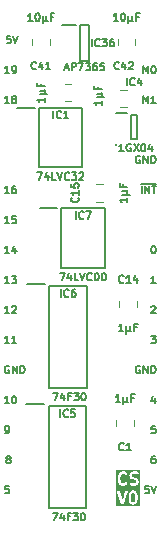
<source format=gto>
%TF.GenerationSoftware,KiCad,Pcbnew,9.0.2*%
%TF.CreationDate,2025-06-16T19:37:52+02:00*%
%TF.ProjectId,Coprocessor Support,436f7072-6f63-4657-9373-6f7220537570,V0*%
%TF.SameCoordinates,Original*%
%TF.FileFunction,Legend,Top*%
%TF.FilePolarity,Positive*%
%FSLAX46Y46*%
G04 Gerber Fmt 4.6, Leading zero omitted, Abs format (unit mm)*
G04 Created by KiCad (PCBNEW 9.0.2) date 2025-06-16 19:37:52*
%MOMM*%
%LPD*%
G01*
G04 APERTURE LIST*
%ADD10C,0.150000*%
%ADD11C,0.200000*%
%ADD12C,0.120000*%
G04 APERTURE END LIST*
D10*
X12946030Y-5365963D02*
X12946030Y-4730963D01*
X12946030Y-4730963D02*
X13157697Y-5184534D01*
X13157697Y-5184534D02*
X13369363Y-4730963D01*
X13369363Y-4730963D02*
X13369363Y-5365963D01*
X14004363Y-5365963D02*
X13641506Y-5365963D01*
X13822934Y-5365963D02*
X13822934Y-4730963D01*
X13822934Y-4730963D02*
X13762458Y-4821677D01*
X13762458Y-4821677D02*
X13701982Y-4882153D01*
X13701982Y-4882153D02*
X13641506Y-4912391D01*
X12673887Y-9841201D02*
X12613411Y-9810963D01*
X12613411Y-9810963D02*
X12522697Y-9810963D01*
X12522697Y-9810963D02*
X12431982Y-9841201D01*
X12431982Y-9841201D02*
X12371506Y-9901677D01*
X12371506Y-9901677D02*
X12341268Y-9962153D01*
X12341268Y-9962153D02*
X12311030Y-10083105D01*
X12311030Y-10083105D02*
X12311030Y-10173820D01*
X12311030Y-10173820D02*
X12341268Y-10294772D01*
X12341268Y-10294772D02*
X12371506Y-10355248D01*
X12371506Y-10355248D02*
X12431982Y-10415725D01*
X12431982Y-10415725D02*
X12522697Y-10445963D01*
X12522697Y-10445963D02*
X12583173Y-10445963D01*
X12583173Y-10445963D02*
X12673887Y-10415725D01*
X12673887Y-10415725D02*
X12704125Y-10385486D01*
X12704125Y-10385486D02*
X12704125Y-10173820D01*
X12704125Y-10173820D02*
X12583173Y-10173820D01*
X12976268Y-10445963D02*
X12976268Y-9810963D01*
X12976268Y-9810963D02*
X13339125Y-10445963D01*
X13339125Y-10445963D02*
X13339125Y-9810963D01*
X13641506Y-10445963D02*
X13641506Y-9810963D01*
X13641506Y-9810963D02*
X13792696Y-9810963D01*
X13792696Y-9810963D02*
X13883411Y-9841201D01*
X13883411Y-9841201D02*
X13943887Y-9901677D01*
X13943887Y-9901677D02*
X13974125Y-9962153D01*
X13974125Y-9962153D02*
X14004363Y-10083105D01*
X14004363Y-10083105D02*
X14004363Y-10173820D01*
X14004363Y-10173820D02*
X13974125Y-10294772D01*
X13974125Y-10294772D02*
X13943887Y-10355248D01*
X13943887Y-10355248D02*
X13883411Y-10415725D01*
X13883411Y-10415725D02*
X13792696Y-10445963D01*
X13792696Y-10445963D02*
X13641506Y-10445963D01*
X1296112Y-33305963D02*
X1417064Y-33305963D01*
X1417064Y-33305963D02*
X1477541Y-33275725D01*
X1477541Y-33275725D02*
X1507779Y-33245486D01*
X1507779Y-33245486D02*
X1568255Y-33154772D01*
X1568255Y-33154772D02*
X1598493Y-33033820D01*
X1598493Y-33033820D02*
X1598493Y-32791915D01*
X1598493Y-32791915D02*
X1568255Y-32731439D01*
X1568255Y-32731439D02*
X1538017Y-32701201D01*
X1538017Y-32701201D02*
X1477541Y-32670963D01*
X1477541Y-32670963D02*
X1356588Y-32670963D01*
X1356588Y-32670963D02*
X1296112Y-32701201D01*
X1296112Y-32701201D02*
X1265874Y-32731439D01*
X1265874Y-32731439D02*
X1235636Y-32791915D01*
X1235636Y-32791915D02*
X1235636Y-32943105D01*
X1235636Y-32943105D02*
X1265874Y-33003582D01*
X1265874Y-33003582D02*
X1296112Y-33033820D01*
X1296112Y-33033820D02*
X1356588Y-33064058D01*
X1356588Y-33064058D02*
X1477541Y-33064058D01*
X1477541Y-33064058D02*
X1538017Y-33033820D01*
X1538017Y-33033820D02*
X1568255Y-33003582D01*
X1568255Y-33003582D02*
X1598493Y-32943105D01*
X12673887Y-27621201D02*
X12613411Y-27590963D01*
X12613411Y-27590963D02*
X12522697Y-27590963D01*
X12522697Y-27590963D02*
X12431982Y-27621201D01*
X12431982Y-27621201D02*
X12371506Y-27681677D01*
X12371506Y-27681677D02*
X12341268Y-27742153D01*
X12341268Y-27742153D02*
X12311030Y-27863105D01*
X12311030Y-27863105D02*
X12311030Y-27953820D01*
X12311030Y-27953820D02*
X12341268Y-28074772D01*
X12341268Y-28074772D02*
X12371506Y-28135248D01*
X12371506Y-28135248D02*
X12431982Y-28195725D01*
X12431982Y-28195725D02*
X12522697Y-28225963D01*
X12522697Y-28225963D02*
X12583173Y-28225963D01*
X12583173Y-28225963D02*
X12673887Y-28195725D01*
X12673887Y-28195725D02*
X12704125Y-28165486D01*
X12704125Y-28165486D02*
X12704125Y-27953820D01*
X12704125Y-27953820D02*
X12583173Y-27953820D01*
X12976268Y-28225963D02*
X12976268Y-27590963D01*
X12976268Y-27590963D02*
X13339125Y-28225963D01*
X13339125Y-28225963D02*
X13339125Y-27590963D01*
X13641506Y-28225963D02*
X13641506Y-27590963D01*
X13641506Y-27590963D02*
X13792696Y-27590963D01*
X13792696Y-27590963D02*
X13883411Y-27621201D01*
X13883411Y-27621201D02*
X13943887Y-27681677D01*
X13943887Y-27681677D02*
X13974125Y-27742153D01*
X13974125Y-27742153D02*
X14004363Y-27863105D01*
X14004363Y-27863105D02*
X14004363Y-27953820D01*
X14004363Y-27953820D02*
X13974125Y-28074772D01*
X13974125Y-28074772D02*
X13943887Y-28135248D01*
X13943887Y-28135248D02*
X13883411Y-28195725D01*
X13883411Y-28195725D02*
X13792696Y-28225963D01*
X13792696Y-28225963D02*
X13641506Y-28225963D01*
X1598493Y-15525963D02*
X1235636Y-15525963D01*
X1417064Y-15525963D02*
X1417064Y-14890963D01*
X1417064Y-14890963D02*
X1356588Y-14981677D01*
X1356588Y-14981677D02*
X1296112Y-15042153D01*
X1296112Y-15042153D02*
X1235636Y-15072391D01*
X2173017Y-14890963D02*
X1870636Y-14890963D01*
X1870636Y-14890963D02*
X1840398Y-15193344D01*
X1840398Y-15193344D02*
X1870636Y-15163105D01*
X1870636Y-15163105D02*
X1931112Y-15132867D01*
X1931112Y-15132867D02*
X2082303Y-15132867D01*
X2082303Y-15132867D02*
X2142779Y-15163105D01*
X2142779Y-15163105D02*
X2173017Y-15193344D01*
X2173017Y-15193344D02*
X2203255Y-15253820D01*
X2203255Y-15253820D02*
X2203255Y-15405010D01*
X2203255Y-15405010D02*
X2173017Y-15465486D01*
X2173017Y-15465486D02*
X2142779Y-15495725D01*
X2142779Y-15495725D02*
X2082303Y-15525963D01*
X2082303Y-15525963D02*
X1931112Y-15525963D01*
X1931112Y-15525963D02*
X1870636Y-15495725D01*
X1870636Y-15495725D02*
X1840398Y-15465486D01*
X13792696Y-17430963D02*
X13853173Y-17430963D01*
X13853173Y-17430963D02*
X13913649Y-17461201D01*
X13913649Y-17461201D02*
X13943887Y-17491439D01*
X13943887Y-17491439D02*
X13974125Y-17551915D01*
X13974125Y-17551915D02*
X14004363Y-17672867D01*
X14004363Y-17672867D02*
X14004363Y-17824058D01*
X14004363Y-17824058D02*
X13974125Y-17945010D01*
X13974125Y-17945010D02*
X13943887Y-18005486D01*
X13943887Y-18005486D02*
X13913649Y-18035725D01*
X13913649Y-18035725D02*
X13853173Y-18065963D01*
X13853173Y-18065963D02*
X13792696Y-18065963D01*
X13792696Y-18065963D02*
X13732220Y-18035725D01*
X13732220Y-18035725D02*
X13701982Y-18005486D01*
X13701982Y-18005486D02*
X13671744Y-17945010D01*
X13671744Y-17945010D02*
X13641506Y-17824058D01*
X13641506Y-17824058D02*
X13641506Y-17672867D01*
X13641506Y-17672867D02*
X13671744Y-17551915D01*
X13671744Y-17551915D02*
X13701982Y-17491439D01*
X13701982Y-17491439D02*
X13732220Y-17461201D01*
X13732220Y-17461201D02*
X13792696Y-17430963D01*
X13611268Y-25050963D02*
X14004363Y-25050963D01*
X14004363Y-25050963D02*
X13792696Y-25292867D01*
X13792696Y-25292867D02*
X13883411Y-25292867D01*
X13883411Y-25292867D02*
X13943887Y-25323105D01*
X13943887Y-25323105D02*
X13974125Y-25353344D01*
X13974125Y-25353344D02*
X14004363Y-25413820D01*
X14004363Y-25413820D02*
X14004363Y-25565010D01*
X14004363Y-25565010D02*
X13974125Y-25625486D01*
X13974125Y-25625486D02*
X13943887Y-25655725D01*
X13943887Y-25655725D02*
X13883411Y-25685963D01*
X13883411Y-25685963D02*
X13701982Y-25685963D01*
X13701982Y-25685963D02*
X13641506Y-25655725D01*
X13641506Y-25655725D02*
X13611268Y-25625486D01*
X12946030Y-2825963D02*
X12946030Y-2190963D01*
X12946030Y-2190963D02*
X13157697Y-2644534D01*
X13157697Y-2644534D02*
X13369363Y-2190963D01*
X13369363Y-2190963D02*
X13369363Y-2825963D01*
X13792696Y-2190963D02*
X13853173Y-2190963D01*
X13853173Y-2190963D02*
X13913649Y-2221201D01*
X13913649Y-2221201D02*
X13943887Y-2251439D01*
X13943887Y-2251439D02*
X13974125Y-2311915D01*
X13974125Y-2311915D02*
X14004363Y-2432867D01*
X14004363Y-2432867D02*
X14004363Y-2584058D01*
X14004363Y-2584058D02*
X13974125Y-2705010D01*
X13974125Y-2705010D02*
X13943887Y-2765486D01*
X13943887Y-2765486D02*
X13913649Y-2795725D01*
X13913649Y-2795725D02*
X13853173Y-2825963D01*
X13853173Y-2825963D02*
X13792696Y-2825963D01*
X13792696Y-2825963D02*
X13732220Y-2795725D01*
X13732220Y-2795725D02*
X13701982Y-2765486D01*
X13701982Y-2765486D02*
X13671744Y-2705010D01*
X13671744Y-2705010D02*
X13641506Y-2584058D01*
X13641506Y-2584058D02*
X13641506Y-2432867D01*
X13641506Y-2432867D02*
X13671744Y-2311915D01*
X13671744Y-2311915D02*
X13701982Y-2251439D01*
X13701982Y-2251439D02*
X13732220Y-2221201D01*
X13732220Y-2221201D02*
X13792696Y-2190963D01*
X1598493Y-27621201D02*
X1538017Y-27590963D01*
X1538017Y-27590963D02*
X1447303Y-27590963D01*
X1447303Y-27590963D02*
X1356588Y-27621201D01*
X1356588Y-27621201D02*
X1296112Y-27681677D01*
X1296112Y-27681677D02*
X1265874Y-27742153D01*
X1265874Y-27742153D02*
X1235636Y-27863105D01*
X1235636Y-27863105D02*
X1235636Y-27953820D01*
X1235636Y-27953820D02*
X1265874Y-28074772D01*
X1265874Y-28074772D02*
X1296112Y-28135248D01*
X1296112Y-28135248D02*
X1356588Y-28195725D01*
X1356588Y-28195725D02*
X1447303Y-28225963D01*
X1447303Y-28225963D02*
X1507779Y-28225963D01*
X1507779Y-28225963D02*
X1598493Y-28195725D01*
X1598493Y-28195725D02*
X1628731Y-28165486D01*
X1628731Y-28165486D02*
X1628731Y-27953820D01*
X1628731Y-27953820D02*
X1507779Y-27953820D01*
X1900874Y-28225963D02*
X1900874Y-27590963D01*
X1900874Y-27590963D02*
X2263731Y-28225963D01*
X2263731Y-28225963D02*
X2263731Y-27590963D01*
X2566112Y-28225963D02*
X2566112Y-27590963D01*
X2566112Y-27590963D02*
X2717302Y-27590963D01*
X2717302Y-27590963D02*
X2808017Y-27621201D01*
X2808017Y-27621201D02*
X2868493Y-27681677D01*
X2868493Y-27681677D02*
X2898731Y-27742153D01*
X2898731Y-27742153D02*
X2928969Y-27863105D01*
X2928969Y-27863105D02*
X2928969Y-27953820D01*
X2928969Y-27953820D02*
X2898731Y-28074772D01*
X2898731Y-28074772D02*
X2868493Y-28135248D01*
X2868493Y-28135248D02*
X2808017Y-28195725D01*
X2808017Y-28195725D02*
X2717302Y-28225963D01*
X2717302Y-28225963D02*
X2566112Y-28225963D01*
X14004363Y-20605963D02*
X13641506Y-20605963D01*
X13822934Y-20605963D02*
X13822934Y-19970963D01*
X13822934Y-19970963D02*
X13762458Y-20061677D01*
X13762458Y-20061677D02*
X13701982Y-20122153D01*
X13701982Y-20122153D02*
X13641506Y-20152391D01*
X1598493Y-2825963D02*
X1235636Y-2825963D01*
X1417064Y-2825963D02*
X1417064Y-2190963D01*
X1417064Y-2190963D02*
X1356588Y-2281677D01*
X1356588Y-2281677D02*
X1296112Y-2342153D01*
X1296112Y-2342153D02*
X1235636Y-2372391D01*
X1900874Y-2825963D02*
X2021826Y-2825963D01*
X2021826Y-2825963D02*
X2082303Y-2795725D01*
X2082303Y-2795725D02*
X2112541Y-2765486D01*
X2112541Y-2765486D02*
X2173017Y-2674772D01*
X2173017Y-2674772D02*
X2203255Y-2553820D01*
X2203255Y-2553820D02*
X2203255Y-2311915D01*
X2203255Y-2311915D02*
X2173017Y-2251439D01*
X2173017Y-2251439D02*
X2142779Y-2221201D01*
X2142779Y-2221201D02*
X2082303Y-2190963D01*
X2082303Y-2190963D02*
X1961350Y-2190963D01*
X1961350Y-2190963D02*
X1900874Y-2221201D01*
X1900874Y-2221201D02*
X1870636Y-2251439D01*
X1870636Y-2251439D02*
X1840398Y-2311915D01*
X1840398Y-2311915D02*
X1840398Y-2463105D01*
X1840398Y-2463105D02*
X1870636Y-2523582D01*
X1870636Y-2523582D02*
X1900874Y-2553820D01*
X1900874Y-2553820D02*
X1961350Y-2584058D01*
X1961350Y-2584058D02*
X2082303Y-2584058D01*
X2082303Y-2584058D02*
X2142779Y-2553820D01*
X2142779Y-2553820D02*
X2173017Y-2523582D01*
X2173017Y-2523582D02*
X2203255Y-2463105D01*
X1598493Y-20605963D02*
X1235636Y-20605963D01*
X1417064Y-20605963D02*
X1417064Y-19970963D01*
X1417064Y-19970963D02*
X1356588Y-20061677D01*
X1356588Y-20061677D02*
X1296112Y-20122153D01*
X1296112Y-20122153D02*
X1235636Y-20152391D01*
X1810160Y-19970963D02*
X2203255Y-19970963D01*
X2203255Y-19970963D02*
X1991588Y-20212867D01*
X1991588Y-20212867D02*
X2082303Y-20212867D01*
X2082303Y-20212867D02*
X2142779Y-20243105D01*
X2142779Y-20243105D02*
X2173017Y-20273344D01*
X2173017Y-20273344D02*
X2203255Y-20333820D01*
X2203255Y-20333820D02*
X2203255Y-20485010D01*
X2203255Y-20485010D02*
X2173017Y-20545486D01*
X2173017Y-20545486D02*
X2142779Y-20575725D01*
X2142779Y-20575725D02*
X2082303Y-20605963D01*
X2082303Y-20605963D02*
X1900874Y-20605963D01*
X1900874Y-20605963D02*
X1840398Y-20575725D01*
X1840398Y-20575725D02*
X1810160Y-20545486D01*
X13429839Y-37750963D02*
X13127458Y-37750963D01*
X13127458Y-37750963D02*
X13097220Y-38053344D01*
X13097220Y-38053344D02*
X13127458Y-38023105D01*
X13127458Y-38023105D02*
X13187934Y-37992867D01*
X13187934Y-37992867D02*
X13339125Y-37992867D01*
X13339125Y-37992867D02*
X13399601Y-38023105D01*
X13399601Y-38023105D02*
X13429839Y-38053344D01*
X13429839Y-38053344D02*
X13460077Y-38113820D01*
X13460077Y-38113820D02*
X13460077Y-38265010D01*
X13460077Y-38265010D02*
X13429839Y-38325486D01*
X13429839Y-38325486D02*
X13399601Y-38355725D01*
X13399601Y-38355725D02*
X13339125Y-38385963D01*
X13339125Y-38385963D02*
X13187934Y-38385963D01*
X13187934Y-38385963D02*
X13127458Y-38355725D01*
X13127458Y-38355725D02*
X13097220Y-38325486D01*
X13641506Y-37750963D02*
X13853172Y-38385963D01*
X13853172Y-38385963D02*
X14064839Y-37750963D01*
X1483588Y-35483105D02*
X1423112Y-35452867D01*
X1423112Y-35452867D02*
X1392874Y-35422629D01*
X1392874Y-35422629D02*
X1362636Y-35362153D01*
X1362636Y-35362153D02*
X1362636Y-35331915D01*
X1362636Y-35331915D02*
X1392874Y-35271439D01*
X1392874Y-35271439D02*
X1423112Y-35241201D01*
X1423112Y-35241201D02*
X1483588Y-35210963D01*
X1483588Y-35210963D02*
X1604541Y-35210963D01*
X1604541Y-35210963D02*
X1665017Y-35241201D01*
X1665017Y-35241201D02*
X1695255Y-35271439D01*
X1695255Y-35271439D02*
X1725493Y-35331915D01*
X1725493Y-35331915D02*
X1725493Y-35362153D01*
X1725493Y-35362153D02*
X1695255Y-35422629D01*
X1695255Y-35422629D02*
X1665017Y-35452867D01*
X1665017Y-35452867D02*
X1604541Y-35483105D01*
X1604541Y-35483105D02*
X1483588Y-35483105D01*
X1483588Y-35483105D02*
X1423112Y-35513344D01*
X1423112Y-35513344D02*
X1392874Y-35543582D01*
X1392874Y-35543582D02*
X1362636Y-35604058D01*
X1362636Y-35604058D02*
X1362636Y-35725010D01*
X1362636Y-35725010D02*
X1392874Y-35785486D01*
X1392874Y-35785486D02*
X1423112Y-35815725D01*
X1423112Y-35815725D02*
X1483588Y-35845963D01*
X1483588Y-35845963D02*
X1604541Y-35845963D01*
X1604541Y-35845963D02*
X1665017Y-35815725D01*
X1665017Y-35815725D02*
X1695255Y-35785486D01*
X1695255Y-35785486D02*
X1725493Y-35725010D01*
X1725493Y-35725010D02*
X1725493Y-35604058D01*
X1725493Y-35604058D02*
X1695255Y-35543582D01*
X1695255Y-35543582D02*
X1665017Y-35513344D01*
X1665017Y-35513344D02*
X1604541Y-35483105D01*
X1598493Y-5365963D02*
X1235636Y-5365963D01*
X1417064Y-5365963D02*
X1417064Y-4730963D01*
X1417064Y-4730963D02*
X1356588Y-4821677D01*
X1356588Y-4821677D02*
X1296112Y-4882153D01*
X1296112Y-4882153D02*
X1235636Y-4912391D01*
X1961350Y-5003105D02*
X1900874Y-4972867D01*
X1900874Y-4972867D02*
X1870636Y-4942629D01*
X1870636Y-4942629D02*
X1840398Y-4882153D01*
X1840398Y-4882153D02*
X1840398Y-4851915D01*
X1840398Y-4851915D02*
X1870636Y-4791439D01*
X1870636Y-4791439D02*
X1900874Y-4761201D01*
X1900874Y-4761201D02*
X1961350Y-4730963D01*
X1961350Y-4730963D02*
X2082303Y-4730963D01*
X2082303Y-4730963D02*
X2142779Y-4761201D01*
X2142779Y-4761201D02*
X2173017Y-4791439D01*
X2173017Y-4791439D02*
X2203255Y-4851915D01*
X2203255Y-4851915D02*
X2203255Y-4882153D01*
X2203255Y-4882153D02*
X2173017Y-4942629D01*
X2173017Y-4942629D02*
X2142779Y-4972867D01*
X2142779Y-4972867D02*
X2082303Y-5003105D01*
X2082303Y-5003105D02*
X1961350Y-5003105D01*
X1961350Y-5003105D02*
X1900874Y-5033344D01*
X1900874Y-5033344D02*
X1870636Y-5063582D01*
X1870636Y-5063582D02*
X1840398Y-5124058D01*
X1840398Y-5124058D02*
X1840398Y-5245010D01*
X1840398Y-5245010D02*
X1870636Y-5305486D01*
X1870636Y-5305486D02*
X1900874Y-5335725D01*
X1900874Y-5335725D02*
X1961350Y-5365963D01*
X1961350Y-5365963D02*
X2082303Y-5365963D01*
X2082303Y-5365963D02*
X2142779Y-5335725D01*
X2142779Y-5335725D02*
X2173017Y-5305486D01*
X2173017Y-5305486D02*
X2203255Y-5245010D01*
X2203255Y-5245010D02*
X2203255Y-5124058D01*
X2203255Y-5124058D02*
X2173017Y-5063582D01*
X2173017Y-5063582D02*
X2142779Y-5033344D01*
X2142779Y-5033344D02*
X2082303Y-5003105D01*
X1568255Y-37750963D02*
X1265874Y-37750963D01*
X1265874Y-37750963D02*
X1235636Y-38053344D01*
X1235636Y-38053344D02*
X1265874Y-38023105D01*
X1265874Y-38023105D02*
X1326350Y-37992867D01*
X1326350Y-37992867D02*
X1477541Y-37992867D01*
X1477541Y-37992867D02*
X1538017Y-38023105D01*
X1538017Y-38023105D02*
X1568255Y-38053344D01*
X1568255Y-38053344D02*
X1598493Y-38113820D01*
X1598493Y-38113820D02*
X1598493Y-38265010D01*
X1598493Y-38265010D02*
X1568255Y-38325486D01*
X1568255Y-38325486D02*
X1538017Y-38355725D01*
X1538017Y-38355725D02*
X1477541Y-38385963D01*
X1477541Y-38385963D02*
X1326350Y-38385963D01*
X1326350Y-38385963D02*
X1265874Y-38355725D01*
X1265874Y-38355725D02*
X1235636Y-38325486D01*
X1598493Y-25685963D02*
X1235636Y-25685963D01*
X1417064Y-25685963D02*
X1417064Y-25050963D01*
X1417064Y-25050963D02*
X1356588Y-25141677D01*
X1356588Y-25141677D02*
X1296112Y-25202153D01*
X1296112Y-25202153D02*
X1235636Y-25232391D01*
X2203255Y-25685963D02*
X1840398Y-25685963D01*
X2021826Y-25685963D02*
X2021826Y-25050963D01*
X2021826Y-25050963D02*
X1961350Y-25141677D01*
X1961350Y-25141677D02*
X1900874Y-25202153D01*
X1900874Y-25202153D02*
X1840398Y-25232391D01*
X13641506Y-22571439D02*
X13671744Y-22541201D01*
X13671744Y-22541201D02*
X13732220Y-22510963D01*
X13732220Y-22510963D02*
X13883411Y-22510963D01*
X13883411Y-22510963D02*
X13943887Y-22541201D01*
X13943887Y-22541201D02*
X13974125Y-22571439D01*
X13974125Y-22571439D02*
X14004363Y-22631915D01*
X14004363Y-22631915D02*
X14004363Y-22692391D01*
X14004363Y-22692391D02*
X13974125Y-22783105D01*
X13974125Y-22783105D02*
X13611268Y-23145963D01*
X13611268Y-23145963D02*
X14004363Y-23145963D01*
X1598493Y-18065963D02*
X1235636Y-18065963D01*
X1417064Y-18065963D02*
X1417064Y-17430963D01*
X1417064Y-17430963D02*
X1356588Y-17521677D01*
X1356588Y-17521677D02*
X1296112Y-17582153D01*
X1296112Y-17582153D02*
X1235636Y-17612391D01*
X2142779Y-17642629D02*
X2142779Y-18065963D01*
X1991588Y-17400725D02*
X1840398Y-17854296D01*
X1840398Y-17854296D02*
X2233493Y-17854296D01*
X13943887Y-30342629D02*
X13943887Y-30765963D01*
X13792696Y-30100725D02*
X13641506Y-30554296D01*
X13641506Y-30554296D02*
X14034601Y-30554296D01*
X1720655Y349036D02*
X1418274Y349036D01*
X1418274Y349036D02*
X1388036Y46655D01*
X1388036Y46655D02*
X1418274Y76894D01*
X1418274Y76894D02*
X1478750Y107132D01*
X1478750Y107132D02*
X1629941Y107132D01*
X1629941Y107132D02*
X1690417Y76894D01*
X1690417Y76894D02*
X1720655Y46655D01*
X1720655Y46655D02*
X1750893Y-13820D01*
X1750893Y-13820D02*
X1750893Y-165010D01*
X1750893Y-165010D02*
X1720655Y-225486D01*
X1720655Y-225486D02*
X1690417Y-255725D01*
X1690417Y-255725D02*
X1629941Y-285963D01*
X1629941Y-285963D02*
X1478750Y-285963D01*
X1478750Y-285963D02*
X1418274Y-255725D01*
X1418274Y-255725D02*
X1388036Y-225486D01*
X1932322Y349036D02*
X2143988Y-285963D01*
X2143988Y-285963D02*
X2355655Y349036D01*
X1598493Y-30765963D02*
X1235636Y-30765963D01*
X1417064Y-30765963D02*
X1417064Y-30130963D01*
X1417064Y-30130963D02*
X1356588Y-30221677D01*
X1356588Y-30221677D02*
X1296112Y-30282153D01*
X1296112Y-30282153D02*
X1235636Y-30312391D01*
X1991588Y-30130963D02*
X2052065Y-30130963D01*
X2052065Y-30130963D02*
X2112541Y-30161201D01*
X2112541Y-30161201D02*
X2142779Y-30191439D01*
X2142779Y-30191439D02*
X2173017Y-30251915D01*
X2173017Y-30251915D02*
X2203255Y-30372867D01*
X2203255Y-30372867D02*
X2203255Y-30524058D01*
X2203255Y-30524058D02*
X2173017Y-30645010D01*
X2173017Y-30645010D02*
X2142779Y-30705486D01*
X2142779Y-30705486D02*
X2112541Y-30735725D01*
X2112541Y-30735725D02*
X2052065Y-30765963D01*
X2052065Y-30765963D02*
X1991588Y-30765963D01*
X1991588Y-30765963D02*
X1931112Y-30735725D01*
X1931112Y-30735725D02*
X1900874Y-30705486D01*
X1900874Y-30705486D02*
X1870636Y-30645010D01*
X1870636Y-30645010D02*
X1840398Y-30524058D01*
X1840398Y-30524058D02*
X1840398Y-30372867D01*
X1840398Y-30372867D02*
X1870636Y-30251915D01*
X1870636Y-30251915D02*
X1900874Y-30191439D01*
X1900874Y-30191439D02*
X1931112Y-30161201D01*
X1931112Y-30161201D02*
X1991588Y-30130963D01*
X1598493Y-23145963D02*
X1235636Y-23145963D01*
X1417064Y-23145963D02*
X1417064Y-22510963D01*
X1417064Y-22510963D02*
X1356588Y-22601677D01*
X1356588Y-22601677D02*
X1296112Y-22662153D01*
X1296112Y-22662153D02*
X1235636Y-22692391D01*
X1840398Y-22571439D02*
X1870636Y-22541201D01*
X1870636Y-22541201D02*
X1931112Y-22510963D01*
X1931112Y-22510963D02*
X2082303Y-22510963D01*
X2082303Y-22510963D02*
X2142779Y-22541201D01*
X2142779Y-22541201D02*
X2173017Y-22571439D01*
X2173017Y-22571439D02*
X2203255Y-22631915D01*
X2203255Y-22631915D02*
X2203255Y-22692391D01*
X2203255Y-22692391D02*
X2173017Y-22783105D01*
X2173017Y-22783105D02*
X1810160Y-23145963D01*
X1810160Y-23145963D02*
X2203255Y-23145963D01*
X13943887Y-35210963D02*
X13822934Y-35210963D01*
X13822934Y-35210963D02*
X13762458Y-35241201D01*
X13762458Y-35241201D02*
X13732220Y-35271439D01*
X13732220Y-35271439D02*
X13671744Y-35362153D01*
X13671744Y-35362153D02*
X13641506Y-35483105D01*
X13641506Y-35483105D02*
X13641506Y-35725010D01*
X13641506Y-35725010D02*
X13671744Y-35785486D01*
X13671744Y-35785486D02*
X13701982Y-35815725D01*
X13701982Y-35815725D02*
X13762458Y-35845963D01*
X13762458Y-35845963D02*
X13883411Y-35845963D01*
X13883411Y-35845963D02*
X13943887Y-35815725D01*
X13943887Y-35815725D02*
X13974125Y-35785486D01*
X13974125Y-35785486D02*
X14004363Y-35725010D01*
X14004363Y-35725010D02*
X14004363Y-35573820D01*
X14004363Y-35573820D02*
X13974125Y-35513344D01*
X13974125Y-35513344D02*
X13943887Y-35483105D01*
X13943887Y-35483105D02*
X13883411Y-35452867D01*
X13883411Y-35452867D02*
X13762458Y-35452867D01*
X13762458Y-35452867D02*
X13701982Y-35483105D01*
X13701982Y-35483105D02*
X13671744Y-35513344D01*
X13671744Y-35513344D02*
X13641506Y-35573820D01*
X1598493Y-12985963D02*
X1235636Y-12985963D01*
X1417064Y-12985963D02*
X1417064Y-12350963D01*
X1417064Y-12350963D02*
X1356588Y-12441677D01*
X1356588Y-12441677D02*
X1296112Y-12502153D01*
X1296112Y-12502153D02*
X1235636Y-12532391D01*
X2142779Y-12350963D02*
X2021826Y-12350963D01*
X2021826Y-12350963D02*
X1961350Y-12381201D01*
X1961350Y-12381201D02*
X1931112Y-12411439D01*
X1931112Y-12411439D02*
X1870636Y-12502153D01*
X1870636Y-12502153D02*
X1840398Y-12623105D01*
X1840398Y-12623105D02*
X1840398Y-12865010D01*
X1840398Y-12865010D02*
X1870636Y-12925486D01*
X1870636Y-12925486D02*
X1900874Y-12955725D01*
X1900874Y-12955725D02*
X1961350Y-12985963D01*
X1961350Y-12985963D02*
X2082303Y-12985963D01*
X2082303Y-12985963D02*
X2142779Y-12955725D01*
X2142779Y-12955725D02*
X2173017Y-12925486D01*
X2173017Y-12925486D02*
X2203255Y-12865010D01*
X2203255Y-12865010D02*
X2203255Y-12713820D01*
X2203255Y-12713820D02*
X2173017Y-12653344D01*
X2173017Y-12653344D02*
X2142779Y-12623105D01*
X2142779Y-12623105D02*
X2082303Y-12592867D01*
X2082303Y-12592867D02*
X1961350Y-12592867D01*
X1961350Y-12592867D02*
X1900874Y-12623105D01*
X1900874Y-12623105D02*
X1870636Y-12653344D01*
X1870636Y-12653344D02*
X1840398Y-12713820D01*
D11*
G36*
X12196192Y-38367024D02*
G01*
X12220861Y-38391692D01*
X12256314Y-38462599D01*
X12298285Y-38630480D01*
X12298285Y-38843956D01*
X12256314Y-39011837D01*
X12220861Y-39082743D01*
X12196192Y-39107413D01*
X12136583Y-39137219D01*
X12088559Y-39137219D01*
X12028949Y-39107414D01*
X12004282Y-39082746D01*
X11968827Y-39011837D01*
X11926857Y-38843956D01*
X11926857Y-38630481D01*
X11968827Y-38462599D01*
X12004281Y-38391692D01*
X12028949Y-38367023D01*
X12088559Y-38337219D01*
X12136583Y-38337219D01*
X12196192Y-38367024D01*
G37*
G36*
X12680825Y-39448330D02*
G01*
X10664150Y-39448330D01*
X10664150Y-38249726D01*
X10775261Y-38249726D01*
X10779608Y-38268842D01*
X11112941Y-39268841D01*
X11120932Y-39286742D01*
X11125615Y-39292141D01*
X11128810Y-39298531D01*
X11138281Y-39306746D01*
X11146497Y-39316218D01*
X11152885Y-39319412D01*
X11158286Y-39324096D01*
X11170187Y-39328063D01*
X11181396Y-39333667D01*
X11188520Y-39334173D01*
X11195302Y-39336434D01*
X11207811Y-39335544D01*
X11220316Y-39336434D01*
X11227094Y-39334174D01*
X11234222Y-39333668D01*
X11245438Y-39328059D01*
X11257332Y-39324095D01*
X11262729Y-39319414D01*
X11269121Y-39316218D01*
X11277339Y-39306742D01*
X11286808Y-39298530D01*
X11290001Y-39292143D01*
X11294686Y-39286742D01*
X11302677Y-39268842D01*
X11519567Y-38618171D01*
X11726857Y-38618171D01*
X11726857Y-38856266D01*
X11727192Y-38859668D01*
X11726975Y-38861127D01*
X11728054Y-38868424D01*
X11728778Y-38875775D01*
X11729342Y-38877138D01*
X11729843Y-38880520D01*
X11777462Y-39070995D01*
X11777975Y-39072432D01*
X11778027Y-39073155D01*
X11781135Y-39081279D01*
X11784057Y-39089456D01*
X11784487Y-39090036D01*
X11785033Y-39091463D01*
X11832652Y-39186701D01*
X11837935Y-39195093D01*
X11838947Y-39197537D01*
X11841203Y-39200286D01*
X11843095Y-39203291D01*
X11845089Y-39205020D01*
X11851384Y-39212690D01*
X11899002Y-39260310D01*
X11906670Y-39266603D01*
X11908402Y-39268600D01*
X11911410Y-39270493D01*
X11914156Y-39272747D01*
X11916596Y-39273757D01*
X11924993Y-39279043D01*
X12020230Y-39326662D01*
X12038539Y-39333668D01*
X12042122Y-39333922D01*
X12045443Y-39335298D01*
X12064952Y-39337219D01*
X12160190Y-39337219D01*
X12179699Y-39335298D01*
X12183019Y-39333922D01*
X12186603Y-39333668D01*
X12204911Y-39326662D01*
X12300149Y-39279043D01*
X12308544Y-39273758D01*
X12310986Y-39272747D01*
X12313733Y-39270491D01*
X12316739Y-39268600D01*
X12318469Y-39266605D01*
X12326139Y-39260310D01*
X12373758Y-39212690D01*
X12380050Y-39205023D01*
X12382047Y-39203292D01*
X12383940Y-39200284D01*
X12386195Y-39197537D01*
X12387206Y-39195095D01*
X12392490Y-39186701D01*
X12440109Y-39091464D01*
X12440655Y-39090035D01*
X12441085Y-39089456D01*
X12444006Y-39081279D01*
X12447115Y-39073155D01*
X12447166Y-39072434D01*
X12447680Y-39070996D01*
X12495299Y-38880520D01*
X12495799Y-38877138D01*
X12496364Y-38875775D01*
X12497087Y-38868424D01*
X12498167Y-38861127D01*
X12497949Y-38859668D01*
X12498285Y-38856266D01*
X12498285Y-38618171D01*
X12497949Y-38614768D01*
X12498167Y-38613310D01*
X12497087Y-38606012D01*
X12496364Y-38598662D01*
X12495799Y-38597298D01*
X12495299Y-38593917D01*
X12447680Y-38403441D01*
X12447166Y-38402002D01*
X12447115Y-38401282D01*
X12444006Y-38393157D01*
X12441085Y-38384981D01*
X12440655Y-38384401D01*
X12440109Y-38382973D01*
X12392490Y-38287736D01*
X12387204Y-38279339D01*
X12386194Y-38276899D01*
X12383940Y-38274153D01*
X12382047Y-38271145D01*
X12380049Y-38269412D01*
X12373757Y-38261746D01*
X12326139Y-38214127D01*
X12318468Y-38207832D01*
X12316739Y-38205838D01*
X12313731Y-38203944D01*
X12310985Y-38201691D01*
X12308545Y-38200680D01*
X12300149Y-38195395D01*
X12204911Y-38147776D01*
X12186603Y-38140770D01*
X12183019Y-38140515D01*
X12179699Y-38139140D01*
X12160190Y-38137219D01*
X12064952Y-38137219D01*
X12045443Y-38139140D01*
X12042122Y-38140515D01*
X12038539Y-38140770D01*
X12020230Y-38147776D01*
X11924993Y-38195395D01*
X11916596Y-38200680D01*
X11914156Y-38201691D01*
X11911410Y-38203944D01*
X11908402Y-38205838D01*
X11906669Y-38207835D01*
X11899003Y-38214128D01*
X11851384Y-38261746D01*
X11845089Y-38269416D01*
X11843095Y-38271146D01*
X11841201Y-38274153D01*
X11838948Y-38276900D01*
X11837937Y-38279339D01*
X11832652Y-38287736D01*
X11785033Y-38382974D01*
X11784487Y-38384400D01*
X11784057Y-38384981D01*
X11781135Y-38393157D01*
X11778027Y-38401282D01*
X11777975Y-38402004D01*
X11777462Y-38403442D01*
X11729843Y-38593917D01*
X11729342Y-38597298D01*
X11728778Y-38598662D01*
X11728054Y-38606012D01*
X11726975Y-38613310D01*
X11727192Y-38614768D01*
X11726857Y-38618171D01*
X11519567Y-38618171D01*
X11636010Y-38268842D01*
X11640357Y-38249727D01*
X11637591Y-38210807D01*
X11620141Y-38175908D01*
X11590665Y-38150343D01*
X11553649Y-38138004D01*
X11514729Y-38140771D01*
X11479830Y-38158220D01*
X11454265Y-38187696D01*
X11446274Y-38205597D01*
X11207809Y-38920991D01*
X10969344Y-38205596D01*
X10961353Y-38187696D01*
X10935788Y-38158220D01*
X10900889Y-38140770D01*
X10861969Y-38138004D01*
X10824953Y-38150342D01*
X10795477Y-38175907D01*
X10778027Y-38210806D01*
X10775261Y-38249726D01*
X10664150Y-38249726D01*
X10664150Y-37055846D01*
X10798286Y-37055846D01*
X10798286Y-37198703D01*
X10798621Y-37202105D01*
X10798404Y-37203564D01*
X10799483Y-37210861D01*
X10800207Y-37218212D01*
X10800771Y-37219575D01*
X10801272Y-37222957D01*
X10848891Y-37413432D01*
X10849404Y-37414869D01*
X10849456Y-37415592D01*
X10852564Y-37423716D01*
X10855486Y-37431893D01*
X10855916Y-37432473D01*
X10856462Y-37433900D01*
X10904081Y-37529138D01*
X10909363Y-37537530D01*
X10910376Y-37539974D01*
X10912632Y-37542723D01*
X10914524Y-37545728D01*
X10916518Y-37547457D01*
X10922813Y-37555127D01*
X11018051Y-37650367D01*
X11033204Y-37662803D01*
X11036523Y-37664178D01*
X11039239Y-37666533D01*
X11057139Y-37674524D01*
X11199996Y-37722143D01*
X11209668Y-37724342D01*
X11212110Y-37725354D01*
X11215647Y-37725702D01*
X11219111Y-37726490D01*
X11221745Y-37726302D01*
X11231619Y-37727275D01*
X11326857Y-37727275D01*
X11336730Y-37726302D01*
X11339364Y-37726490D01*
X11342827Y-37725702D01*
X11346366Y-37725354D01*
X11348808Y-37724342D01*
X11358480Y-37722143D01*
X11501336Y-37674524D01*
X11519237Y-37666533D01*
X11521952Y-37664178D01*
X11525272Y-37662803D01*
X11540425Y-37650366D01*
X11588044Y-37602746D01*
X11600481Y-37587593D01*
X11615412Y-37551544D01*
X11615411Y-37512526D01*
X11600480Y-37476478D01*
X11572889Y-37448888D01*
X11536841Y-37433957D01*
X11497823Y-37433958D01*
X11461775Y-37448889D01*
X11446621Y-37461326D01*
X11415694Y-37492253D01*
X11310630Y-37527275D01*
X11247845Y-37527275D01*
X11142780Y-37492253D01*
X11075710Y-37425183D01*
X11040256Y-37354274D01*
X10998286Y-37186393D01*
X10998286Y-37068156D01*
X11040256Y-36900274D01*
X11075709Y-36829368D01*
X11142781Y-36762296D01*
X11247845Y-36727275D01*
X11310630Y-36727275D01*
X11415695Y-36762296D01*
X11446622Y-36793223D01*
X11461775Y-36805660D01*
X11497824Y-36820591D01*
X11536842Y-36820591D01*
X11543699Y-36817751D01*
X11798286Y-36817751D01*
X11798286Y-36912989D01*
X11800207Y-36932498D01*
X11801582Y-36935818D01*
X11801837Y-36939402D01*
X11808843Y-36957710D01*
X11856462Y-37052948D01*
X11861747Y-37061344D01*
X11862758Y-37063784D01*
X11865011Y-37066530D01*
X11866905Y-37069538D01*
X11868899Y-37071267D01*
X11875194Y-37078938D01*
X11922813Y-37126556D01*
X11930479Y-37132848D01*
X11932212Y-37134846D01*
X11935220Y-37136739D01*
X11937966Y-37138993D01*
X11940406Y-37140003D01*
X11948803Y-37145289D01*
X12044040Y-37192908D01*
X12045468Y-37193454D01*
X12046048Y-37193884D01*
X12054224Y-37196805D01*
X12062349Y-37199914D01*
X12063069Y-37199965D01*
X12064508Y-37200479D01*
X12244333Y-37245435D01*
X12315240Y-37280889D01*
X12339909Y-37305557D01*
X12369714Y-37365167D01*
X12369714Y-37413191D01*
X12339909Y-37472799D01*
X12315240Y-37497469D01*
X12255631Y-37527275D01*
X12057369Y-37527275D01*
X11929909Y-37484788D01*
X11910793Y-37480441D01*
X11871873Y-37483207D01*
X11836974Y-37500657D01*
X11811409Y-37530133D01*
X11799071Y-37567149D01*
X11801837Y-37606069D01*
X11819287Y-37640968D01*
X11848763Y-37666533D01*
X11866663Y-37674524D01*
X12009520Y-37722143D01*
X12019192Y-37724342D01*
X12021634Y-37725354D01*
X12025171Y-37725702D01*
X12028635Y-37726490D01*
X12031269Y-37726302D01*
X12041143Y-37727275D01*
X12279238Y-37727275D01*
X12298747Y-37725354D01*
X12302067Y-37723978D01*
X12305651Y-37723724D01*
X12323959Y-37716718D01*
X12419197Y-37669099D01*
X12427592Y-37663814D01*
X12430034Y-37662803D01*
X12432781Y-37660547D01*
X12435787Y-37658656D01*
X12437517Y-37656661D01*
X12445187Y-37650366D01*
X12492806Y-37602746D01*
X12499098Y-37595079D01*
X12501095Y-37593348D01*
X12502988Y-37590340D01*
X12505243Y-37587593D01*
X12506254Y-37585151D01*
X12511538Y-37576757D01*
X12559157Y-37481520D01*
X12566163Y-37463211D01*
X12566417Y-37459627D01*
X12567793Y-37456307D01*
X12569714Y-37436798D01*
X12569714Y-37341560D01*
X12567793Y-37322051D01*
X12566417Y-37318730D01*
X12566163Y-37315147D01*
X12559157Y-37296838D01*
X12511538Y-37201601D01*
X12506252Y-37193204D01*
X12505242Y-37190764D01*
X12502988Y-37188018D01*
X12501095Y-37185010D01*
X12499097Y-37183277D01*
X12492805Y-37175611D01*
X12445187Y-37127992D01*
X12437516Y-37121697D01*
X12435787Y-37119703D01*
X12432779Y-37117809D01*
X12430033Y-37115556D01*
X12427593Y-37114545D01*
X12419197Y-37109260D01*
X12323959Y-37061641D01*
X12322532Y-37061095D01*
X12321952Y-37060665D01*
X12313775Y-37057743D01*
X12305651Y-37054635D01*
X12304928Y-37054583D01*
X12303491Y-37054070D01*
X12123666Y-37009113D01*
X12052759Y-36973660D01*
X12028091Y-36948991D01*
X11998286Y-36889381D01*
X11998286Y-36841358D01*
X12028091Y-36781748D01*
X12052759Y-36757079D01*
X12112369Y-36727275D01*
X12310630Y-36727275D01*
X12438091Y-36769762D01*
X12457206Y-36774109D01*
X12496126Y-36771343D01*
X12531025Y-36753893D01*
X12556590Y-36724417D01*
X12568929Y-36687401D01*
X12566162Y-36648481D01*
X12548713Y-36613582D01*
X12519237Y-36588017D01*
X12501336Y-36580026D01*
X12358480Y-36532407D01*
X12348808Y-36530207D01*
X12346366Y-36529196D01*
X12342827Y-36528847D01*
X12339364Y-36528060D01*
X12336730Y-36528247D01*
X12326857Y-36527275D01*
X12088762Y-36527275D01*
X12069253Y-36529196D01*
X12065932Y-36530571D01*
X12062349Y-36530826D01*
X12044040Y-36537832D01*
X11948803Y-36585451D01*
X11940406Y-36590736D01*
X11937966Y-36591747D01*
X11935220Y-36594000D01*
X11932212Y-36595894D01*
X11930479Y-36597891D01*
X11922813Y-36604184D01*
X11875194Y-36651802D01*
X11868899Y-36659472D01*
X11866905Y-36661202D01*
X11865011Y-36664209D01*
X11862758Y-36666956D01*
X11861747Y-36669395D01*
X11856462Y-36677792D01*
X11808843Y-36773030D01*
X11801837Y-36791338D01*
X11801582Y-36794921D01*
X11800207Y-36798242D01*
X11798286Y-36817751D01*
X11543699Y-36817751D01*
X11572890Y-36805660D01*
X11600480Y-36778070D01*
X11615411Y-36742022D01*
X11615411Y-36703004D01*
X11600480Y-36666955D01*
X11588043Y-36651802D01*
X11540425Y-36604183D01*
X11525271Y-36591747D01*
X11521952Y-36590372D01*
X11519237Y-36588017D01*
X11501336Y-36580026D01*
X11358480Y-36532407D01*
X11348808Y-36530207D01*
X11346366Y-36529196D01*
X11342827Y-36528847D01*
X11339364Y-36528060D01*
X11336730Y-36528247D01*
X11326857Y-36527275D01*
X11231619Y-36527275D01*
X11221745Y-36528247D01*
X11219111Y-36528060D01*
X11215647Y-36528847D01*
X11212110Y-36529196D01*
X11209668Y-36530207D01*
X11199996Y-36532407D01*
X11057139Y-36580026D01*
X11039239Y-36588017D01*
X11036523Y-36590372D01*
X11033205Y-36591747D01*
X11018051Y-36604183D01*
X10922813Y-36699421D01*
X10916518Y-36707091D01*
X10914524Y-36708821D01*
X10912630Y-36711828D01*
X10910377Y-36714575D01*
X10909366Y-36717014D01*
X10904081Y-36725411D01*
X10856462Y-36820649D01*
X10855916Y-36822075D01*
X10855486Y-36822656D01*
X10852564Y-36830832D01*
X10849456Y-36838957D01*
X10849404Y-36839679D01*
X10848891Y-36841117D01*
X10801272Y-37031592D01*
X10800771Y-37034973D01*
X10800207Y-37036337D01*
X10799483Y-37043687D01*
X10798404Y-37050985D01*
X10798621Y-37052443D01*
X10798286Y-37055846D01*
X10664150Y-37055846D01*
X10664150Y-36416164D01*
X12680825Y-36416164D01*
X12680825Y-39448330D01*
G37*
D10*
X13974125Y-32670963D02*
X13671744Y-32670963D01*
X13671744Y-32670963D02*
X13641506Y-32973344D01*
X13641506Y-32973344D02*
X13671744Y-32943105D01*
X13671744Y-32943105D02*
X13732220Y-32912867D01*
X13732220Y-32912867D02*
X13883411Y-32912867D01*
X13883411Y-32912867D02*
X13943887Y-32943105D01*
X13943887Y-32943105D02*
X13974125Y-32973344D01*
X13974125Y-32973344D02*
X14004363Y-33033820D01*
X14004363Y-33033820D02*
X14004363Y-33185010D01*
X14004363Y-33185010D02*
X13974125Y-33245486D01*
X13974125Y-33245486D02*
X13943887Y-33275725D01*
X13943887Y-33275725D02*
X13883411Y-33305963D01*
X13883411Y-33305963D02*
X13732220Y-33305963D01*
X13732220Y-33305963D02*
X13671744Y-33275725D01*
X13671744Y-33275725D02*
X13641506Y-33245486D01*
X12825077Y-12985963D02*
X12825077Y-12350963D01*
X13127458Y-12985963D02*
X13127458Y-12350963D01*
X13127458Y-12350963D02*
X13490315Y-12985963D01*
X13490315Y-12985963D02*
X13490315Y-12350963D01*
X13701982Y-12350963D02*
X14064839Y-12350963D01*
X13883410Y-12985963D02*
X13883410Y-12350963D01*
X12737387Y-12174675D02*
X14061816Y-12174675D01*
X10894785Y-2427486D02*
X10864547Y-2457725D01*
X10864547Y-2457725D02*
X10773833Y-2487963D01*
X10773833Y-2487963D02*
X10713357Y-2487963D01*
X10713357Y-2487963D02*
X10622642Y-2457725D01*
X10622642Y-2457725D02*
X10562166Y-2397248D01*
X10562166Y-2397248D02*
X10531928Y-2336772D01*
X10531928Y-2336772D02*
X10501690Y-2215820D01*
X10501690Y-2215820D02*
X10501690Y-2125105D01*
X10501690Y-2125105D02*
X10531928Y-2004153D01*
X10531928Y-2004153D02*
X10562166Y-1943677D01*
X10562166Y-1943677D02*
X10622642Y-1883201D01*
X10622642Y-1883201D02*
X10713357Y-1852963D01*
X10713357Y-1852963D02*
X10773833Y-1852963D01*
X10773833Y-1852963D02*
X10864547Y-1883201D01*
X10864547Y-1883201D02*
X10894785Y-1913439D01*
X11439071Y-2064629D02*
X11439071Y-2487963D01*
X11287880Y-1822725D02*
X11136690Y-2276296D01*
X11136690Y-2276296D02*
X11529785Y-2276296D01*
X11741452Y-1913439D02*
X11771690Y-1883201D01*
X11771690Y-1883201D02*
X11832166Y-1852963D01*
X11832166Y-1852963D02*
X11983357Y-1852963D01*
X11983357Y-1852963D02*
X12043833Y-1883201D01*
X12043833Y-1883201D02*
X12074071Y-1913439D01*
X12074071Y-1913439D02*
X12104309Y-1973915D01*
X12104309Y-1973915D02*
X12104309Y-2034391D01*
X12104309Y-2034391D02*
X12074071Y-2125105D01*
X12074071Y-2125105D02*
X11711214Y-2487963D01*
X11711214Y-2487963D02*
X12104309Y-2487963D01*
X10831285Y1619036D02*
X10468428Y1619036D01*
X10649856Y1619036D02*
X10649856Y2254036D01*
X10649856Y2254036D02*
X10589380Y2163322D01*
X10589380Y2163322D02*
X10528904Y2102846D01*
X10528904Y2102846D02*
X10468428Y2072608D01*
X11224380Y2254036D02*
X11284857Y2254036D01*
X11284857Y2254036D02*
X11345333Y2223798D01*
X11345333Y2223798D02*
X11375571Y2193560D01*
X11375571Y2193560D02*
X11405809Y2133084D01*
X11405809Y2133084D02*
X11436047Y2012132D01*
X11436047Y2012132D02*
X11436047Y1860941D01*
X11436047Y1860941D02*
X11405809Y1739989D01*
X11405809Y1739989D02*
X11375571Y1679513D01*
X11375571Y1679513D02*
X11345333Y1649275D01*
X11345333Y1649275D02*
X11284857Y1619036D01*
X11284857Y1619036D02*
X11224380Y1619036D01*
X11224380Y1619036D02*
X11163904Y1649275D01*
X11163904Y1649275D02*
X11133666Y1679513D01*
X11133666Y1679513D02*
X11103428Y1739989D01*
X11103428Y1739989D02*
X11073190Y1860941D01*
X11073190Y1860941D02*
X11073190Y2012132D01*
X11073190Y2012132D02*
X11103428Y2133084D01*
X11103428Y2133084D02*
X11133666Y2193560D01*
X11133666Y2193560D02*
X11163904Y2223798D01*
X11163904Y2223798D02*
X11224380Y2254036D01*
X11708190Y2042370D02*
X11708190Y1407370D01*
X12010571Y1709751D02*
X12040809Y1649275D01*
X12040809Y1649275D02*
X12101285Y1619036D01*
X11708190Y1709751D02*
X11738428Y1649275D01*
X11738428Y1649275D02*
X11798904Y1619036D01*
X11798904Y1619036D02*
X11919857Y1619036D01*
X11919857Y1619036D02*
X11980333Y1649275D01*
X11980333Y1649275D02*
X12010571Y1709751D01*
X12010571Y1709751D02*
X12010571Y2042370D01*
X12585095Y1951655D02*
X12373428Y1951655D01*
X12373428Y1619036D02*
X12373428Y2254036D01*
X12373428Y2254036D02*
X12675809Y2254036D01*
X3882785Y-2427486D02*
X3852547Y-2457725D01*
X3852547Y-2457725D02*
X3761833Y-2487963D01*
X3761833Y-2487963D02*
X3701357Y-2487963D01*
X3701357Y-2487963D02*
X3610642Y-2457725D01*
X3610642Y-2457725D02*
X3550166Y-2397248D01*
X3550166Y-2397248D02*
X3519928Y-2336772D01*
X3519928Y-2336772D02*
X3489690Y-2215820D01*
X3489690Y-2215820D02*
X3489690Y-2125105D01*
X3489690Y-2125105D02*
X3519928Y-2004153D01*
X3519928Y-2004153D02*
X3550166Y-1943677D01*
X3550166Y-1943677D02*
X3610642Y-1883201D01*
X3610642Y-1883201D02*
X3701357Y-1852963D01*
X3701357Y-1852963D02*
X3761833Y-1852963D01*
X3761833Y-1852963D02*
X3852547Y-1883201D01*
X3852547Y-1883201D02*
X3882785Y-1913439D01*
X4427071Y-2064629D02*
X4427071Y-2487963D01*
X4275880Y-1822725D02*
X4124690Y-2276296D01*
X4124690Y-2276296D02*
X4517785Y-2276296D01*
X5092309Y-2487963D02*
X4729452Y-2487963D01*
X4910880Y-2487963D02*
X4910880Y-1852963D01*
X4910880Y-1852963D02*
X4850404Y-1943677D01*
X4850404Y-1943677D02*
X4789928Y-2004153D01*
X4789928Y-2004153D02*
X4729452Y-2034391D01*
X3592285Y1619036D02*
X3229428Y1619036D01*
X3410856Y1619036D02*
X3410856Y2254036D01*
X3410856Y2254036D02*
X3350380Y2163322D01*
X3350380Y2163322D02*
X3289904Y2102846D01*
X3289904Y2102846D02*
X3229428Y2072608D01*
X3985380Y2254036D02*
X4045857Y2254036D01*
X4045857Y2254036D02*
X4106333Y2223798D01*
X4106333Y2223798D02*
X4136571Y2193560D01*
X4136571Y2193560D02*
X4166809Y2133084D01*
X4166809Y2133084D02*
X4197047Y2012132D01*
X4197047Y2012132D02*
X4197047Y1860941D01*
X4197047Y1860941D02*
X4166809Y1739989D01*
X4166809Y1739989D02*
X4136571Y1679513D01*
X4136571Y1679513D02*
X4106333Y1649275D01*
X4106333Y1649275D02*
X4045857Y1619036D01*
X4045857Y1619036D02*
X3985380Y1619036D01*
X3985380Y1619036D02*
X3924904Y1649275D01*
X3924904Y1649275D02*
X3894666Y1679513D01*
X3894666Y1679513D02*
X3864428Y1739989D01*
X3864428Y1739989D02*
X3834190Y1860941D01*
X3834190Y1860941D02*
X3834190Y2012132D01*
X3834190Y2012132D02*
X3864428Y2133084D01*
X3864428Y2133084D02*
X3894666Y2193560D01*
X3894666Y2193560D02*
X3924904Y2223798D01*
X3924904Y2223798D02*
X3985380Y2254036D01*
X4469190Y2042370D02*
X4469190Y1407370D01*
X4771571Y1709751D02*
X4801809Y1649275D01*
X4801809Y1649275D02*
X4862285Y1619036D01*
X4469190Y1709751D02*
X4499428Y1649275D01*
X4499428Y1649275D02*
X4559904Y1619036D01*
X4559904Y1619036D02*
X4680857Y1619036D01*
X4680857Y1619036D02*
X4741333Y1649275D01*
X4741333Y1649275D02*
X4771571Y1709751D01*
X4771571Y1709751D02*
X4771571Y2042370D01*
X5346095Y1951655D02*
X5134428Y1951655D01*
X5134428Y1619036D02*
X5134428Y2254036D01*
X5134428Y2254036D02*
X5436809Y2254036D01*
X5349119Y-6635963D02*
X5349119Y-6000963D01*
X6014357Y-6575486D02*
X5984119Y-6605725D01*
X5984119Y-6605725D02*
X5893405Y-6635963D01*
X5893405Y-6635963D02*
X5832929Y-6635963D01*
X5832929Y-6635963D02*
X5742214Y-6605725D01*
X5742214Y-6605725D02*
X5681738Y-6545248D01*
X5681738Y-6545248D02*
X5651500Y-6484772D01*
X5651500Y-6484772D02*
X5621262Y-6363820D01*
X5621262Y-6363820D02*
X5621262Y-6273105D01*
X5621262Y-6273105D02*
X5651500Y-6152153D01*
X5651500Y-6152153D02*
X5681738Y-6091677D01*
X5681738Y-6091677D02*
X5742214Y-6031201D01*
X5742214Y-6031201D02*
X5832929Y-6000963D01*
X5832929Y-6000963D02*
X5893405Y-6000963D01*
X5893405Y-6000963D02*
X5984119Y-6031201D01*
X5984119Y-6031201D02*
X6014357Y-6061439D01*
X6619119Y-6635963D02*
X6256262Y-6635963D01*
X6437690Y-6635963D02*
X6437690Y-6000963D01*
X6437690Y-6000963D02*
X6377214Y-6091677D01*
X6377214Y-6091677D02*
X6316738Y-6152153D01*
X6316738Y-6152153D02*
X6256262Y-6182391D01*
X4003523Y-11207963D02*
X4426856Y-11207963D01*
X4426856Y-11207963D02*
X4154713Y-11842963D01*
X4940904Y-11419629D02*
X4940904Y-11842963D01*
X4789713Y-11177725D02*
X4638523Y-11631296D01*
X4638523Y-11631296D02*
X5031618Y-11631296D01*
X5575904Y-11842963D02*
X5273523Y-11842963D01*
X5273523Y-11842963D02*
X5273523Y-11207963D01*
X5696857Y-11207963D02*
X5908523Y-11842963D01*
X5908523Y-11842963D02*
X6120190Y-11207963D01*
X6694714Y-11782486D02*
X6664476Y-11812725D01*
X6664476Y-11812725D02*
X6573762Y-11842963D01*
X6573762Y-11842963D02*
X6513286Y-11842963D01*
X6513286Y-11842963D02*
X6422571Y-11812725D01*
X6422571Y-11812725D02*
X6362095Y-11752248D01*
X6362095Y-11752248D02*
X6331857Y-11691772D01*
X6331857Y-11691772D02*
X6301619Y-11570820D01*
X6301619Y-11570820D02*
X6301619Y-11480105D01*
X6301619Y-11480105D02*
X6331857Y-11359153D01*
X6331857Y-11359153D02*
X6362095Y-11298677D01*
X6362095Y-11298677D02*
X6422571Y-11238201D01*
X6422571Y-11238201D02*
X6513286Y-11207963D01*
X6513286Y-11207963D02*
X6573762Y-11207963D01*
X6573762Y-11207963D02*
X6664476Y-11238201D01*
X6664476Y-11238201D02*
X6694714Y-11268439D01*
X6906381Y-11207963D02*
X7299476Y-11207963D01*
X7299476Y-11207963D02*
X7087809Y-11449867D01*
X7087809Y-11449867D02*
X7178524Y-11449867D01*
X7178524Y-11449867D02*
X7239000Y-11480105D01*
X7239000Y-11480105D02*
X7269238Y-11510344D01*
X7269238Y-11510344D02*
X7299476Y-11570820D01*
X7299476Y-11570820D02*
X7299476Y-11722010D01*
X7299476Y-11722010D02*
X7269238Y-11782486D01*
X7269238Y-11782486D02*
X7239000Y-11812725D01*
X7239000Y-11812725D02*
X7178524Y-11842963D01*
X7178524Y-11842963D02*
X6997095Y-11842963D01*
X6997095Y-11842963D02*
X6936619Y-11812725D01*
X6936619Y-11812725D02*
X6906381Y-11782486D01*
X7541381Y-11268439D02*
X7571619Y-11238201D01*
X7571619Y-11238201D02*
X7632095Y-11207963D01*
X7632095Y-11207963D02*
X7783286Y-11207963D01*
X7783286Y-11207963D02*
X7843762Y-11238201D01*
X7843762Y-11238201D02*
X7874000Y-11268439D01*
X7874000Y-11268439D02*
X7904238Y-11328915D01*
X7904238Y-11328915D02*
X7904238Y-11389391D01*
X7904238Y-11389391D02*
X7874000Y-11480105D01*
X7874000Y-11480105D02*
X7511143Y-11842963D01*
X7511143Y-11842963D02*
X7904238Y-11842963D01*
X11297167Y-34685486D02*
X11266929Y-34715725D01*
X11266929Y-34715725D02*
X11176215Y-34745963D01*
X11176215Y-34745963D02*
X11115739Y-34745963D01*
X11115739Y-34745963D02*
X11025024Y-34715725D01*
X11025024Y-34715725D02*
X10964548Y-34655248D01*
X10964548Y-34655248D02*
X10934310Y-34594772D01*
X10934310Y-34594772D02*
X10904072Y-34473820D01*
X10904072Y-34473820D02*
X10904072Y-34383105D01*
X10904072Y-34383105D02*
X10934310Y-34262153D01*
X10934310Y-34262153D02*
X10964548Y-34201677D01*
X10964548Y-34201677D02*
X11025024Y-34141201D01*
X11025024Y-34141201D02*
X11115739Y-34110963D01*
X11115739Y-34110963D02*
X11176215Y-34110963D01*
X11176215Y-34110963D02*
X11266929Y-34141201D01*
X11266929Y-34141201D02*
X11297167Y-34171439D01*
X11901929Y-34745963D02*
X11539072Y-34745963D01*
X11720500Y-34745963D02*
X11720500Y-34110963D01*
X11720500Y-34110963D02*
X11660024Y-34201677D01*
X11660024Y-34201677D02*
X11599548Y-34262153D01*
X11599548Y-34262153D02*
X11539072Y-34292391D01*
X11006666Y-30638963D02*
X10643809Y-30638963D01*
X10825237Y-30638963D02*
X10825237Y-30003963D01*
X10825237Y-30003963D02*
X10764761Y-30094677D01*
X10764761Y-30094677D02*
X10704285Y-30155153D01*
X10704285Y-30155153D02*
X10643809Y-30185391D01*
X11278809Y-30215629D02*
X11278809Y-30850629D01*
X11581190Y-30548248D02*
X11611428Y-30608725D01*
X11611428Y-30608725D02*
X11671904Y-30638963D01*
X11278809Y-30548248D02*
X11309047Y-30608725D01*
X11309047Y-30608725D02*
X11369523Y-30638963D01*
X11369523Y-30638963D02*
X11490476Y-30638963D01*
X11490476Y-30638963D02*
X11550952Y-30608725D01*
X11550952Y-30608725D02*
X11581190Y-30548248D01*
X11581190Y-30548248D02*
X11581190Y-30215629D01*
X12155714Y-30306344D02*
X11944047Y-30306344D01*
X11944047Y-30638963D02*
X11944047Y-30003963D01*
X11944047Y-30003963D02*
X12246428Y-30003963D01*
X5984119Y-21748963D02*
X5984119Y-21113963D01*
X6649357Y-21688486D02*
X6619119Y-21718725D01*
X6619119Y-21718725D02*
X6528405Y-21748963D01*
X6528405Y-21748963D02*
X6467929Y-21748963D01*
X6467929Y-21748963D02*
X6377214Y-21718725D01*
X6377214Y-21718725D02*
X6316738Y-21658248D01*
X6316738Y-21658248D02*
X6286500Y-21597772D01*
X6286500Y-21597772D02*
X6256262Y-21476820D01*
X6256262Y-21476820D02*
X6256262Y-21386105D01*
X6256262Y-21386105D02*
X6286500Y-21265153D01*
X6286500Y-21265153D02*
X6316738Y-21204677D01*
X6316738Y-21204677D02*
X6377214Y-21144201D01*
X6377214Y-21144201D02*
X6467929Y-21113963D01*
X6467929Y-21113963D02*
X6528405Y-21113963D01*
X6528405Y-21113963D02*
X6619119Y-21144201D01*
X6619119Y-21144201D02*
X6649357Y-21174439D01*
X7193643Y-21113963D02*
X7072690Y-21113963D01*
X7072690Y-21113963D02*
X7012214Y-21144201D01*
X7012214Y-21144201D02*
X6981976Y-21174439D01*
X6981976Y-21174439D02*
X6921500Y-21265153D01*
X6921500Y-21265153D02*
X6891262Y-21386105D01*
X6891262Y-21386105D02*
X6891262Y-21628010D01*
X6891262Y-21628010D02*
X6921500Y-21688486D01*
X6921500Y-21688486D02*
X6951738Y-21718725D01*
X6951738Y-21718725D02*
X7012214Y-21748963D01*
X7012214Y-21748963D02*
X7133167Y-21748963D01*
X7133167Y-21748963D02*
X7193643Y-21718725D01*
X7193643Y-21718725D02*
X7223881Y-21688486D01*
X7223881Y-21688486D02*
X7254119Y-21628010D01*
X7254119Y-21628010D02*
X7254119Y-21476820D01*
X7254119Y-21476820D02*
X7223881Y-21416344D01*
X7223881Y-21416344D02*
X7193643Y-21386105D01*
X7193643Y-21386105D02*
X7133167Y-21355867D01*
X7133167Y-21355867D02*
X7012214Y-21355867D01*
X7012214Y-21355867D02*
X6951738Y-21386105D01*
X6951738Y-21386105D02*
X6921500Y-21416344D01*
X6921500Y-21416344D02*
X6891262Y-21476820D01*
X5340047Y-29876963D02*
X5763380Y-29876963D01*
X5763380Y-29876963D02*
X5491237Y-30511963D01*
X6277428Y-30088629D02*
X6277428Y-30511963D01*
X6126237Y-29846725D02*
X5975047Y-30300296D01*
X5975047Y-30300296D02*
X6368142Y-30300296D01*
X6821714Y-30179344D02*
X6610047Y-30179344D01*
X6610047Y-30511963D02*
X6610047Y-29876963D01*
X6610047Y-29876963D02*
X6912428Y-29876963D01*
X7093857Y-29876963D02*
X7486952Y-29876963D01*
X7486952Y-29876963D02*
X7275285Y-30118867D01*
X7275285Y-30118867D02*
X7366000Y-30118867D01*
X7366000Y-30118867D02*
X7426476Y-30149105D01*
X7426476Y-30149105D02*
X7456714Y-30179344D01*
X7456714Y-30179344D02*
X7486952Y-30239820D01*
X7486952Y-30239820D02*
X7486952Y-30391010D01*
X7486952Y-30391010D02*
X7456714Y-30451486D01*
X7456714Y-30451486D02*
X7426476Y-30481725D01*
X7426476Y-30481725D02*
X7366000Y-30511963D01*
X7366000Y-30511963D02*
X7184571Y-30511963D01*
X7184571Y-30511963D02*
X7124095Y-30481725D01*
X7124095Y-30481725D02*
X7093857Y-30451486D01*
X7880047Y-29876963D02*
X7940524Y-29876963D01*
X7940524Y-29876963D02*
X8001000Y-29907201D01*
X8001000Y-29907201D02*
X8031238Y-29937439D01*
X8031238Y-29937439D02*
X8061476Y-29997915D01*
X8061476Y-29997915D02*
X8091714Y-30118867D01*
X8091714Y-30118867D02*
X8091714Y-30270058D01*
X8091714Y-30270058D02*
X8061476Y-30391010D01*
X8061476Y-30391010D02*
X8031238Y-30451486D01*
X8031238Y-30451486D02*
X8001000Y-30481725D01*
X8001000Y-30481725D02*
X7940524Y-30511963D01*
X7940524Y-30511963D02*
X7880047Y-30511963D01*
X7880047Y-30511963D02*
X7819571Y-30481725D01*
X7819571Y-30481725D02*
X7789333Y-30451486D01*
X7789333Y-30451486D02*
X7759095Y-30391010D01*
X7759095Y-30391010D02*
X7728857Y-30270058D01*
X7728857Y-30270058D02*
X7728857Y-30118867D01*
X7728857Y-30118867D02*
X7759095Y-29997915D01*
X7759095Y-29997915D02*
X7789333Y-29937439D01*
X7789333Y-29937439D02*
X7819571Y-29907201D01*
X7819571Y-29907201D02*
X7880047Y-29876963D01*
X11302784Y-20502486D02*
X11272546Y-20532725D01*
X11272546Y-20532725D02*
X11181832Y-20562963D01*
X11181832Y-20562963D02*
X11121356Y-20562963D01*
X11121356Y-20562963D02*
X11030641Y-20532725D01*
X11030641Y-20532725D02*
X10970165Y-20472248D01*
X10970165Y-20472248D02*
X10939927Y-20411772D01*
X10939927Y-20411772D02*
X10909689Y-20290820D01*
X10909689Y-20290820D02*
X10909689Y-20200105D01*
X10909689Y-20200105D02*
X10939927Y-20079153D01*
X10939927Y-20079153D02*
X10970165Y-20018677D01*
X10970165Y-20018677D02*
X11030641Y-19958201D01*
X11030641Y-19958201D02*
X11121356Y-19927963D01*
X11121356Y-19927963D02*
X11181832Y-19927963D01*
X11181832Y-19927963D02*
X11272546Y-19958201D01*
X11272546Y-19958201D02*
X11302784Y-19988439D01*
X11907546Y-20562963D02*
X11544689Y-20562963D01*
X11726117Y-20562963D02*
X11726117Y-19927963D01*
X11726117Y-19927963D02*
X11665641Y-20018677D01*
X11665641Y-20018677D02*
X11605165Y-20079153D01*
X11605165Y-20079153D02*
X11544689Y-20109391D01*
X12451832Y-20139629D02*
X12451832Y-20562963D01*
X12300641Y-19897725D02*
X12149451Y-20351296D01*
X12149451Y-20351296D02*
X12542546Y-20351296D01*
X11260666Y-24669963D02*
X10897809Y-24669963D01*
X11079237Y-24669963D02*
X11079237Y-24034963D01*
X11079237Y-24034963D02*
X11018761Y-24125677D01*
X11018761Y-24125677D02*
X10958285Y-24186153D01*
X10958285Y-24186153D02*
X10897809Y-24216391D01*
X11532809Y-24246629D02*
X11532809Y-24881629D01*
X11835190Y-24579248D02*
X11865428Y-24639725D01*
X11865428Y-24639725D02*
X11925904Y-24669963D01*
X11532809Y-24579248D02*
X11563047Y-24639725D01*
X11563047Y-24639725D02*
X11623523Y-24669963D01*
X11623523Y-24669963D02*
X11744476Y-24669963D01*
X11744476Y-24669963D02*
X11804952Y-24639725D01*
X11804952Y-24639725D02*
X11835190Y-24579248D01*
X11835190Y-24579248D02*
X11835190Y-24246629D01*
X12409714Y-24337344D02*
X12198047Y-24337344D01*
X12198047Y-24669963D02*
X12198047Y-24034963D01*
X12198047Y-24034963D02*
X12500428Y-24034963D01*
X7421486Y-13335215D02*
X7451725Y-13365453D01*
X7451725Y-13365453D02*
X7481963Y-13456167D01*
X7481963Y-13456167D02*
X7481963Y-13516643D01*
X7481963Y-13516643D02*
X7451725Y-13607358D01*
X7451725Y-13607358D02*
X7391248Y-13667834D01*
X7391248Y-13667834D02*
X7330772Y-13698072D01*
X7330772Y-13698072D02*
X7209820Y-13728310D01*
X7209820Y-13728310D02*
X7119105Y-13728310D01*
X7119105Y-13728310D02*
X6998153Y-13698072D01*
X6998153Y-13698072D02*
X6937677Y-13667834D01*
X6937677Y-13667834D02*
X6877201Y-13607358D01*
X6877201Y-13607358D02*
X6846963Y-13516643D01*
X6846963Y-13516643D02*
X6846963Y-13456167D01*
X6846963Y-13456167D02*
X6877201Y-13365453D01*
X6877201Y-13365453D02*
X6907439Y-13335215D01*
X7481963Y-12730453D02*
X7481963Y-13093310D01*
X7481963Y-12911882D02*
X6846963Y-12911882D01*
X6846963Y-12911882D02*
X6937677Y-12972358D01*
X6937677Y-12972358D02*
X6998153Y-13032834D01*
X6998153Y-13032834D02*
X7028391Y-13093310D01*
X6846963Y-12155929D02*
X6846963Y-12458310D01*
X6846963Y-12458310D02*
X7149344Y-12488548D01*
X7149344Y-12488548D02*
X7119105Y-12458310D01*
X7119105Y-12458310D02*
X7088867Y-12397834D01*
X7088867Y-12397834D02*
X7088867Y-12246643D01*
X7088867Y-12246643D02*
X7119105Y-12186167D01*
X7119105Y-12186167D02*
X7149344Y-12155929D01*
X7149344Y-12155929D02*
X7209820Y-12125691D01*
X7209820Y-12125691D02*
X7361010Y-12125691D01*
X7361010Y-12125691D02*
X7421486Y-12155929D01*
X7421486Y-12155929D02*
X7451725Y-12186167D01*
X7451725Y-12186167D02*
X7481963Y-12246643D01*
X7481963Y-12246643D02*
X7481963Y-12397834D01*
X7481963Y-12397834D02*
X7451725Y-12458310D01*
X7451725Y-12458310D02*
X7421486Y-12488548D01*
X11588963Y-13377333D02*
X11588963Y-13740190D01*
X11588963Y-13558762D02*
X10953963Y-13558762D01*
X10953963Y-13558762D02*
X11044677Y-13619238D01*
X11044677Y-13619238D02*
X11105153Y-13679714D01*
X11105153Y-13679714D02*
X11135391Y-13740190D01*
X11165629Y-13105190D02*
X11800629Y-13105190D01*
X11498248Y-12802809D02*
X11558725Y-12772571D01*
X11558725Y-12772571D02*
X11588963Y-12712095D01*
X11498248Y-13105190D02*
X11558725Y-13074952D01*
X11558725Y-13074952D02*
X11588963Y-13014476D01*
X11588963Y-13014476D02*
X11588963Y-12893523D01*
X11588963Y-12893523D02*
X11558725Y-12833047D01*
X11558725Y-12833047D02*
X11498248Y-12802809D01*
X11498248Y-12802809D02*
X11165629Y-12802809D01*
X11256344Y-12228285D02*
X11256344Y-12439952D01*
X11588963Y-12439952D02*
X10953963Y-12439952D01*
X10953963Y-12439952D02*
X10953963Y-12137571D01*
X4603963Y-4868333D02*
X4603963Y-5231190D01*
X4603963Y-5049762D02*
X3968963Y-5049762D01*
X3968963Y-5049762D02*
X4059677Y-5110238D01*
X4059677Y-5110238D02*
X4120153Y-5170714D01*
X4120153Y-5170714D02*
X4150391Y-5231190D01*
X4180629Y-4596190D02*
X4815629Y-4596190D01*
X4513248Y-4293809D02*
X4573725Y-4263571D01*
X4573725Y-4263571D02*
X4603963Y-4203095D01*
X4513248Y-4596190D02*
X4573725Y-4565952D01*
X4573725Y-4565952D02*
X4603963Y-4505476D01*
X4603963Y-4505476D02*
X4603963Y-4384523D01*
X4603963Y-4384523D02*
X4573725Y-4324047D01*
X4573725Y-4324047D02*
X4513248Y-4293809D01*
X4513248Y-4293809D02*
X4180629Y-4293809D01*
X4271344Y-3719285D02*
X4271344Y-3930952D01*
X4603963Y-3930952D02*
X3968963Y-3930952D01*
X3968963Y-3930952D02*
X3968963Y-3628571D01*
X9429963Y-5122333D02*
X9429963Y-5485190D01*
X9429963Y-5303762D02*
X8794963Y-5303762D01*
X8794963Y-5303762D02*
X8885677Y-5364238D01*
X8885677Y-5364238D02*
X8946153Y-5424714D01*
X8946153Y-5424714D02*
X8976391Y-5485190D01*
X9006629Y-4850190D02*
X9641629Y-4850190D01*
X9339248Y-4547809D02*
X9399725Y-4517571D01*
X9399725Y-4517571D02*
X9429963Y-4457095D01*
X9339248Y-4850190D02*
X9399725Y-4819952D01*
X9399725Y-4819952D02*
X9429963Y-4759476D01*
X9429963Y-4759476D02*
X9429963Y-4638523D01*
X9429963Y-4638523D02*
X9399725Y-4578047D01*
X9399725Y-4578047D02*
X9339248Y-4547809D01*
X9339248Y-4547809D02*
X9006629Y-4547809D01*
X9097344Y-3973285D02*
X9097344Y-4184952D01*
X9429963Y-4184952D02*
X8794963Y-4184952D01*
X8794963Y-4184952D02*
X8794963Y-3882571D01*
X7254119Y-15144963D02*
X7254119Y-14509963D01*
X7919357Y-15084486D02*
X7889119Y-15114725D01*
X7889119Y-15114725D02*
X7798405Y-15144963D01*
X7798405Y-15144963D02*
X7737929Y-15144963D01*
X7737929Y-15144963D02*
X7647214Y-15114725D01*
X7647214Y-15114725D02*
X7586738Y-15054248D01*
X7586738Y-15054248D02*
X7556500Y-14993772D01*
X7556500Y-14993772D02*
X7526262Y-14872820D01*
X7526262Y-14872820D02*
X7526262Y-14782105D01*
X7526262Y-14782105D02*
X7556500Y-14661153D01*
X7556500Y-14661153D02*
X7586738Y-14600677D01*
X7586738Y-14600677D02*
X7647214Y-14540201D01*
X7647214Y-14540201D02*
X7737929Y-14509963D01*
X7737929Y-14509963D02*
X7798405Y-14509963D01*
X7798405Y-14509963D02*
X7889119Y-14540201D01*
X7889119Y-14540201D02*
X7919357Y-14570439D01*
X8131024Y-14509963D02*
X8554357Y-14509963D01*
X8554357Y-14509963D02*
X8282214Y-15144963D01*
X5908523Y-19716963D02*
X6331856Y-19716963D01*
X6331856Y-19716963D02*
X6059713Y-20351963D01*
X6845904Y-19928629D02*
X6845904Y-20351963D01*
X6694713Y-19686725D02*
X6543523Y-20140296D01*
X6543523Y-20140296D02*
X6936618Y-20140296D01*
X7480904Y-20351963D02*
X7178523Y-20351963D01*
X7178523Y-20351963D02*
X7178523Y-19716963D01*
X7601857Y-19716963D02*
X7813523Y-20351963D01*
X7813523Y-20351963D02*
X8025190Y-19716963D01*
X8599714Y-20291486D02*
X8569476Y-20321725D01*
X8569476Y-20321725D02*
X8478762Y-20351963D01*
X8478762Y-20351963D02*
X8418286Y-20351963D01*
X8418286Y-20351963D02*
X8327571Y-20321725D01*
X8327571Y-20321725D02*
X8267095Y-20261248D01*
X8267095Y-20261248D02*
X8236857Y-20200772D01*
X8236857Y-20200772D02*
X8206619Y-20079820D01*
X8206619Y-20079820D02*
X8206619Y-19989105D01*
X8206619Y-19989105D02*
X8236857Y-19868153D01*
X8236857Y-19868153D02*
X8267095Y-19807677D01*
X8267095Y-19807677D02*
X8327571Y-19747201D01*
X8327571Y-19747201D02*
X8418286Y-19716963D01*
X8418286Y-19716963D02*
X8478762Y-19716963D01*
X8478762Y-19716963D02*
X8569476Y-19747201D01*
X8569476Y-19747201D02*
X8599714Y-19777439D01*
X8992809Y-19716963D02*
X9053286Y-19716963D01*
X9053286Y-19716963D02*
X9113762Y-19747201D01*
X9113762Y-19747201D02*
X9144000Y-19777439D01*
X9144000Y-19777439D02*
X9174238Y-19837915D01*
X9174238Y-19837915D02*
X9204476Y-19958867D01*
X9204476Y-19958867D02*
X9204476Y-20110058D01*
X9204476Y-20110058D02*
X9174238Y-20231010D01*
X9174238Y-20231010D02*
X9144000Y-20291486D01*
X9144000Y-20291486D02*
X9113762Y-20321725D01*
X9113762Y-20321725D02*
X9053286Y-20351963D01*
X9053286Y-20351963D02*
X8992809Y-20351963D01*
X8992809Y-20351963D02*
X8932333Y-20321725D01*
X8932333Y-20321725D02*
X8902095Y-20291486D01*
X8902095Y-20291486D02*
X8871857Y-20231010D01*
X8871857Y-20231010D02*
X8841619Y-20110058D01*
X8841619Y-20110058D02*
X8841619Y-19958867D01*
X8841619Y-19958867D02*
X8871857Y-19837915D01*
X8871857Y-19837915D02*
X8902095Y-19777439D01*
X8902095Y-19777439D02*
X8932333Y-19747201D01*
X8932333Y-19747201D02*
X8992809Y-19716963D01*
X9597571Y-19716963D02*
X9658048Y-19716963D01*
X9658048Y-19716963D02*
X9718524Y-19747201D01*
X9718524Y-19747201D02*
X9748762Y-19777439D01*
X9748762Y-19777439D02*
X9779000Y-19837915D01*
X9779000Y-19837915D02*
X9809238Y-19958867D01*
X9809238Y-19958867D02*
X9809238Y-20110058D01*
X9809238Y-20110058D02*
X9779000Y-20231010D01*
X9779000Y-20231010D02*
X9748762Y-20291486D01*
X9748762Y-20291486D02*
X9718524Y-20321725D01*
X9718524Y-20321725D02*
X9658048Y-20351963D01*
X9658048Y-20351963D02*
X9597571Y-20351963D01*
X9597571Y-20351963D02*
X9537095Y-20321725D01*
X9537095Y-20321725D02*
X9506857Y-20291486D01*
X9506857Y-20291486D02*
X9476619Y-20231010D01*
X9476619Y-20231010D02*
X9446381Y-20110058D01*
X9446381Y-20110058D02*
X9446381Y-19958867D01*
X9446381Y-19958867D02*
X9476619Y-19837915D01*
X9476619Y-19837915D02*
X9506857Y-19777439D01*
X9506857Y-19777439D02*
X9537095Y-19747201D01*
X9537095Y-19747201D02*
X9597571Y-19716963D01*
X5926119Y-31908963D02*
X5926119Y-31273963D01*
X6591357Y-31848486D02*
X6561119Y-31878725D01*
X6561119Y-31878725D02*
X6470405Y-31908963D01*
X6470405Y-31908963D02*
X6409929Y-31908963D01*
X6409929Y-31908963D02*
X6319214Y-31878725D01*
X6319214Y-31878725D02*
X6258738Y-31818248D01*
X6258738Y-31818248D02*
X6228500Y-31757772D01*
X6228500Y-31757772D02*
X6198262Y-31636820D01*
X6198262Y-31636820D02*
X6198262Y-31546105D01*
X6198262Y-31546105D02*
X6228500Y-31425153D01*
X6228500Y-31425153D02*
X6258738Y-31364677D01*
X6258738Y-31364677D02*
X6319214Y-31304201D01*
X6319214Y-31304201D02*
X6409929Y-31273963D01*
X6409929Y-31273963D02*
X6470405Y-31273963D01*
X6470405Y-31273963D02*
X6561119Y-31304201D01*
X6561119Y-31304201D02*
X6591357Y-31334439D01*
X7165881Y-31273963D02*
X6863500Y-31273963D01*
X6863500Y-31273963D02*
X6833262Y-31576344D01*
X6833262Y-31576344D02*
X6863500Y-31546105D01*
X6863500Y-31546105D02*
X6923976Y-31515867D01*
X6923976Y-31515867D02*
X7075167Y-31515867D01*
X7075167Y-31515867D02*
X7135643Y-31546105D01*
X7135643Y-31546105D02*
X7165881Y-31576344D01*
X7165881Y-31576344D02*
X7196119Y-31636820D01*
X7196119Y-31636820D02*
X7196119Y-31788010D01*
X7196119Y-31788010D02*
X7165881Y-31848486D01*
X7165881Y-31848486D02*
X7135643Y-31878725D01*
X7135643Y-31878725D02*
X7075167Y-31908963D01*
X7075167Y-31908963D02*
X6923976Y-31908963D01*
X6923976Y-31908963D02*
X6863500Y-31878725D01*
X6863500Y-31878725D02*
X6833262Y-31848486D01*
X5282047Y-40036963D02*
X5705380Y-40036963D01*
X5705380Y-40036963D02*
X5433237Y-40671963D01*
X6219428Y-40248629D02*
X6219428Y-40671963D01*
X6068237Y-40006725D02*
X5917047Y-40460296D01*
X5917047Y-40460296D02*
X6310142Y-40460296D01*
X6763714Y-40339344D02*
X6552047Y-40339344D01*
X6552047Y-40671963D02*
X6552047Y-40036963D01*
X6552047Y-40036963D02*
X6854428Y-40036963D01*
X7035857Y-40036963D02*
X7428952Y-40036963D01*
X7428952Y-40036963D02*
X7217285Y-40278867D01*
X7217285Y-40278867D02*
X7308000Y-40278867D01*
X7308000Y-40278867D02*
X7368476Y-40309105D01*
X7368476Y-40309105D02*
X7398714Y-40339344D01*
X7398714Y-40339344D02*
X7428952Y-40399820D01*
X7428952Y-40399820D02*
X7428952Y-40551010D01*
X7428952Y-40551010D02*
X7398714Y-40611486D01*
X7398714Y-40611486D02*
X7368476Y-40641725D01*
X7368476Y-40641725D02*
X7308000Y-40671963D01*
X7308000Y-40671963D02*
X7126571Y-40671963D01*
X7126571Y-40671963D02*
X7066095Y-40641725D01*
X7066095Y-40641725D02*
X7035857Y-40611486D01*
X7822047Y-40036963D02*
X7882524Y-40036963D01*
X7882524Y-40036963D02*
X7943000Y-40067201D01*
X7943000Y-40067201D02*
X7973238Y-40097439D01*
X7973238Y-40097439D02*
X8003476Y-40157915D01*
X8003476Y-40157915D02*
X8033714Y-40278867D01*
X8033714Y-40278867D02*
X8033714Y-40430058D01*
X8033714Y-40430058D02*
X8003476Y-40551010D01*
X8003476Y-40551010D02*
X7973238Y-40611486D01*
X7973238Y-40611486D02*
X7943000Y-40641725D01*
X7943000Y-40641725D02*
X7882524Y-40671963D01*
X7882524Y-40671963D02*
X7822047Y-40671963D01*
X7822047Y-40671963D02*
X7761571Y-40641725D01*
X7761571Y-40641725D02*
X7731333Y-40611486D01*
X7731333Y-40611486D02*
X7701095Y-40551010D01*
X7701095Y-40551010D02*
X7670857Y-40430058D01*
X7670857Y-40430058D02*
X7670857Y-40278867D01*
X7670857Y-40278867D02*
X7701095Y-40157915D01*
X7701095Y-40157915D02*
X7731333Y-40097439D01*
X7731333Y-40097439D02*
X7761571Y-40067201D01*
X7761571Y-40067201D02*
X7822047Y-40036963D01*
X11572119Y-3841963D02*
X11572119Y-3206963D01*
X12237357Y-3781486D02*
X12207119Y-3811725D01*
X12207119Y-3811725D02*
X12116405Y-3841963D01*
X12116405Y-3841963D02*
X12055929Y-3841963D01*
X12055929Y-3841963D02*
X11965214Y-3811725D01*
X11965214Y-3811725D02*
X11904738Y-3751248D01*
X11904738Y-3751248D02*
X11874500Y-3690772D01*
X11874500Y-3690772D02*
X11844262Y-3569820D01*
X11844262Y-3569820D02*
X11844262Y-3479105D01*
X11844262Y-3479105D02*
X11874500Y-3358153D01*
X11874500Y-3358153D02*
X11904738Y-3297677D01*
X11904738Y-3297677D02*
X11965214Y-3237201D01*
X11965214Y-3237201D02*
X12055929Y-3206963D01*
X12055929Y-3206963D02*
X12116405Y-3206963D01*
X12116405Y-3206963D02*
X12207119Y-3237201D01*
X12207119Y-3237201D02*
X12237357Y-3267439D01*
X12781643Y-3418629D02*
X12781643Y-3841963D01*
X12630452Y-3176725D02*
X12479262Y-3630296D01*
X12479262Y-3630296D02*
X12872357Y-3630296D01*
X10695214Y-8794963D02*
X10634738Y-8915915D01*
X11299976Y-9429963D02*
X10937119Y-9429963D01*
X11118547Y-9429963D02*
X11118547Y-8794963D01*
X11118547Y-8794963D02*
X11058071Y-8885677D01*
X11058071Y-8885677D02*
X10997595Y-8946153D01*
X10997595Y-8946153D02*
X10937119Y-8976391D01*
X11904738Y-8825201D02*
X11844262Y-8794963D01*
X11844262Y-8794963D02*
X11753548Y-8794963D01*
X11753548Y-8794963D02*
X11662833Y-8825201D01*
X11662833Y-8825201D02*
X11602357Y-8885677D01*
X11602357Y-8885677D02*
X11572119Y-8946153D01*
X11572119Y-8946153D02*
X11541881Y-9067105D01*
X11541881Y-9067105D02*
X11541881Y-9157820D01*
X11541881Y-9157820D02*
X11572119Y-9278772D01*
X11572119Y-9278772D02*
X11602357Y-9339248D01*
X11602357Y-9339248D02*
X11662833Y-9399725D01*
X11662833Y-9399725D02*
X11753548Y-9429963D01*
X11753548Y-9429963D02*
X11814024Y-9429963D01*
X11814024Y-9429963D02*
X11904738Y-9399725D01*
X11904738Y-9399725D02*
X11934976Y-9369486D01*
X11934976Y-9369486D02*
X11934976Y-9157820D01*
X11934976Y-9157820D02*
X11814024Y-9157820D01*
X12146643Y-8794963D02*
X12569976Y-9429963D01*
X12569976Y-8794963D02*
X12146643Y-9429963D01*
X12932833Y-8794963D02*
X12993310Y-8794963D01*
X12993310Y-8794963D02*
X13053786Y-8825201D01*
X13053786Y-8825201D02*
X13084024Y-8855439D01*
X13084024Y-8855439D02*
X13114262Y-8915915D01*
X13114262Y-8915915D02*
X13144500Y-9036867D01*
X13144500Y-9036867D02*
X13144500Y-9188058D01*
X13144500Y-9188058D02*
X13114262Y-9309010D01*
X13114262Y-9309010D02*
X13084024Y-9369486D01*
X13084024Y-9369486D02*
X13053786Y-9399725D01*
X13053786Y-9399725D02*
X12993310Y-9429963D01*
X12993310Y-9429963D02*
X12932833Y-9429963D01*
X12932833Y-9429963D02*
X12872357Y-9399725D01*
X12872357Y-9399725D02*
X12842119Y-9369486D01*
X12842119Y-9369486D02*
X12811881Y-9309010D01*
X12811881Y-9309010D02*
X12781643Y-9188058D01*
X12781643Y-9188058D02*
X12781643Y-9036867D01*
X12781643Y-9036867D02*
X12811881Y-8915915D01*
X12811881Y-8915915D02*
X12842119Y-8855439D01*
X12842119Y-8855439D02*
X12872357Y-8825201D01*
X12872357Y-8825201D02*
X12932833Y-8794963D01*
X13688786Y-9006629D02*
X13688786Y-9429963D01*
X13537595Y-8764725D02*
X13386405Y-9218296D01*
X13386405Y-9218296D02*
X13779500Y-9218296D01*
X8602738Y-539963D02*
X8602738Y95036D01*
X9267976Y-479486D02*
X9237738Y-509725D01*
X9237738Y-509725D02*
X9147024Y-539963D01*
X9147024Y-539963D02*
X9086548Y-539963D01*
X9086548Y-539963D02*
X8995833Y-509725D01*
X8995833Y-509725D02*
X8935357Y-449248D01*
X8935357Y-449248D02*
X8905119Y-388772D01*
X8905119Y-388772D02*
X8874881Y-267820D01*
X8874881Y-267820D02*
X8874881Y-177105D01*
X8874881Y-177105D02*
X8905119Y-56153D01*
X8905119Y-56153D02*
X8935357Y4322D01*
X8935357Y4322D02*
X8995833Y64798D01*
X8995833Y64798D02*
X9086548Y95036D01*
X9086548Y95036D02*
X9147024Y95036D01*
X9147024Y95036D02*
X9237738Y64798D01*
X9237738Y64798D02*
X9267976Y34560D01*
X9479643Y95036D02*
X9872738Y95036D01*
X9872738Y95036D02*
X9661071Y-146867D01*
X9661071Y-146867D02*
X9751786Y-146867D01*
X9751786Y-146867D02*
X9812262Y-177105D01*
X9812262Y-177105D02*
X9842500Y-207344D01*
X9842500Y-207344D02*
X9872738Y-267820D01*
X9872738Y-267820D02*
X9872738Y-419010D01*
X9872738Y-419010D02*
X9842500Y-479486D01*
X9842500Y-479486D02*
X9812262Y-509725D01*
X9812262Y-509725D02*
X9751786Y-539963D01*
X9751786Y-539963D02*
X9570357Y-539963D01*
X9570357Y-539963D02*
X9509881Y-509725D01*
X9509881Y-509725D02*
X9479643Y-479486D01*
X10417024Y95036D02*
X10296071Y95036D01*
X10296071Y95036D02*
X10235595Y64798D01*
X10235595Y64798D02*
X10205357Y34560D01*
X10205357Y34560D02*
X10144881Y-56153D01*
X10144881Y-56153D02*
X10114643Y-177105D01*
X10114643Y-177105D02*
X10114643Y-419010D01*
X10114643Y-419010D02*
X10144881Y-479486D01*
X10144881Y-479486D02*
X10175119Y-509725D01*
X10175119Y-509725D02*
X10235595Y-539963D01*
X10235595Y-539963D02*
X10356548Y-539963D01*
X10356548Y-539963D02*
X10417024Y-509725D01*
X10417024Y-509725D02*
X10447262Y-479486D01*
X10447262Y-479486D02*
X10477500Y-419010D01*
X10477500Y-419010D02*
X10477500Y-267820D01*
X10477500Y-267820D02*
X10447262Y-207344D01*
X10447262Y-207344D02*
X10417024Y-177105D01*
X10417024Y-177105D02*
X10356548Y-146867D01*
X10356548Y-146867D02*
X10235595Y-146867D01*
X10235595Y-146867D02*
X10175119Y-177105D01*
X10175119Y-177105D02*
X10144881Y-207344D01*
X10144881Y-207344D02*
X10114643Y-267820D01*
X6322785Y-2390534D02*
X6625166Y-2390534D01*
X6262309Y-2571963D02*
X6473975Y-1936963D01*
X6473975Y-1936963D02*
X6685642Y-2571963D01*
X6897309Y-2571963D02*
X6897309Y-1936963D01*
X6897309Y-1936963D02*
X7139214Y-1936963D01*
X7139214Y-1936963D02*
X7199690Y-1967201D01*
X7199690Y-1967201D02*
X7229928Y-1997439D01*
X7229928Y-1997439D02*
X7260166Y-2057915D01*
X7260166Y-2057915D02*
X7260166Y-2148629D01*
X7260166Y-2148629D02*
X7229928Y-2209105D01*
X7229928Y-2209105D02*
X7199690Y-2239344D01*
X7199690Y-2239344D02*
X7139214Y-2269582D01*
X7139214Y-2269582D02*
X6897309Y-2269582D01*
X7471833Y-1936963D02*
X7895166Y-1936963D01*
X7895166Y-1936963D02*
X7623023Y-2571963D01*
X8076595Y-1936963D02*
X8469690Y-1936963D01*
X8469690Y-1936963D02*
X8258023Y-2178867D01*
X8258023Y-2178867D02*
X8348738Y-2178867D01*
X8348738Y-2178867D02*
X8409214Y-2209105D01*
X8409214Y-2209105D02*
X8439452Y-2239344D01*
X8439452Y-2239344D02*
X8469690Y-2299820D01*
X8469690Y-2299820D02*
X8469690Y-2451010D01*
X8469690Y-2451010D02*
X8439452Y-2511486D01*
X8439452Y-2511486D02*
X8409214Y-2541725D01*
X8409214Y-2541725D02*
X8348738Y-2571963D01*
X8348738Y-2571963D02*
X8167309Y-2571963D01*
X8167309Y-2571963D02*
X8106833Y-2541725D01*
X8106833Y-2541725D02*
X8076595Y-2511486D01*
X9013976Y-1936963D02*
X8893023Y-1936963D01*
X8893023Y-1936963D02*
X8832547Y-1967201D01*
X8832547Y-1967201D02*
X8802309Y-1997439D01*
X8802309Y-1997439D02*
X8741833Y-2088153D01*
X8741833Y-2088153D02*
X8711595Y-2209105D01*
X8711595Y-2209105D02*
X8711595Y-2451010D01*
X8711595Y-2451010D02*
X8741833Y-2511486D01*
X8741833Y-2511486D02*
X8772071Y-2541725D01*
X8772071Y-2541725D02*
X8832547Y-2571963D01*
X8832547Y-2571963D02*
X8953500Y-2571963D01*
X8953500Y-2571963D02*
X9013976Y-2541725D01*
X9013976Y-2541725D02*
X9044214Y-2511486D01*
X9044214Y-2511486D02*
X9074452Y-2451010D01*
X9074452Y-2451010D02*
X9074452Y-2299820D01*
X9074452Y-2299820D02*
X9044214Y-2239344D01*
X9044214Y-2239344D02*
X9013976Y-2209105D01*
X9013976Y-2209105D02*
X8953500Y-2178867D01*
X8953500Y-2178867D02*
X8832547Y-2178867D01*
X8832547Y-2178867D02*
X8772071Y-2209105D01*
X8772071Y-2209105D02*
X8741833Y-2239344D01*
X8741833Y-2239344D02*
X8711595Y-2299820D01*
X9648976Y-1936963D02*
X9346595Y-1936963D01*
X9346595Y-1936963D02*
X9316357Y-2239344D01*
X9316357Y-2239344D02*
X9346595Y-2209105D01*
X9346595Y-2209105D02*
X9407071Y-2178867D01*
X9407071Y-2178867D02*
X9558262Y-2178867D01*
X9558262Y-2178867D02*
X9618738Y-2209105D01*
X9618738Y-2209105D02*
X9648976Y-2239344D01*
X9648976Y-2239344D02*
X9679214Y-2299820D01*
X9679214Y-2299820D02*
X9679214Y-2451010D01*
X9679214Y-2451010D02*
X9648976Y-2511486D01*
X9648976Y-2511486D02*
X9618738Y-2541725D01*
X9618738Y-2541725D02*
X9558262Y-2571963D01*
X9558262Y-2571963D02*
X9407071Y-2571963D01*
X9407071Y-2571963D02*
X9346595Y-2541725D01*
X9346595Y-2541725D02*
X9316357Y-2511486D01*
D12*
%TO.C,C42*%
X12292000Y118252D02*
X12292000Y-404252D01*
X10822000Y118252D02*
X10822000Y-404252D01*
%TO.C,C41*%
X5053000Y118252D02*
X5053000Y-404252D01*
X3583000Y118252D02*
X3583000Y-404252D01*
D11*
%TO.C,IC1*%
X2294000Y-5730000D02*
X3769000Y-5730000D01*
X4119000Y-5755000D02*
X7819000Y-5755000D01*
X4119000Y-10755000D02*
X4119000Y-5755000D01*
X7819000Y-5755000D02*
X7819000Y-10755000D01*
X7819000Y-10755000D02*
X4119000Y-10755000D01*
D12*
%TO.C,C1*%
X10695000Y-32139748D02*
X10695000Y-32662252D01*
X12165000Y-32139748D02*
X12165000Y-32662252D01*
D11*
%TO.C,IC6*%
X8204000Y-29471000D02*
X5004000Y-29471000D01*
X8204000Y-20821000D02*
X8204000Y-29471000D01*
X5004000Y-29471000D02*
X5004000Y-20821000D01*
X5004000Y-20821000D02*
X8204000Y-20821000D01*
X3104000Y-20661000D02*
X4654000Y-20661000D01*
D12*
%TO.C,C14*%
X12419000Y-22597252D02*
X12419000Y-22074748D01*
X10949000Y-22597252D02*
X10949000Y-22074748D01*
%TO.C,C15*%
X9516252Y-13689000D02*
X8993748Y-13689000D01*
X9516252Y-12219000D02*
X8993748Y-12219000D01*
%TO.C,C13*%
X6849252Y-5180000D02*
X6326748Y-5180000D01*
X6849252Y-3710000D02*
X6326748Y-3710000D01*
%TO.C,C12*%
X11548252Y-5688000D02*
X11025748Y-5688000D01*
X11548252Y-4218000D02*
X11025748Y-4218000D01*
D11*
%TO.C,IC7*%
X4199000Y-14239000D02*
X5674000Y-14239000D01*
X6024000Y-14264000D02*
X9724000Y-14264000D01*
X6024000Y-19264000D02*
X6024000Y-14264000D01*
X9724000Y-14264000D02*
X9724000Y-19264000D01*
X9724000Y-19264000D02*
X6024000Y-19264000D01*
%TO.C,IC5*%
X3046000Y-30821000D02*
X4596000Y-30821000D01*
X4946000Y-30981000D02*
X8146000Y-30981000D01*
X4946000Y-39631000D02*
X4946000Y-30981000D01*
X8146000Y-30981000D02*
X8146000Y-39631000D01*
X8146000Y-39631000D02*
X4946000Y-39631000D01*
%TO.C,IC4*%
X10692000Y-6141000D02*
X11567000Y-6141000D01*
X11917000Y-6366000D02*
X12467000Y-6366000D01*
X11917000Y-8366000D02*
X11917000Y-6366000D01*
X12467000Y-6366000D02*
X12467000Y-8366000D01*
X12467000Y-8366000D02*
X11917000Y-8366000D01*
%TO.C,IC36*%
X6126000Y1246000D02*
X7276000Y1246000D01*
X7626000Y1246000D02*
X8376000Y1246000D01*
X7626000Y-1754000D02*
X7626000Y1246000D01*
X8376000Y1246000D02*
X8376000Y-1754000D01*
X8376000Y-1754000D02*
X7626000Y-1754000D01*
%TD*%
M02*

</source>
